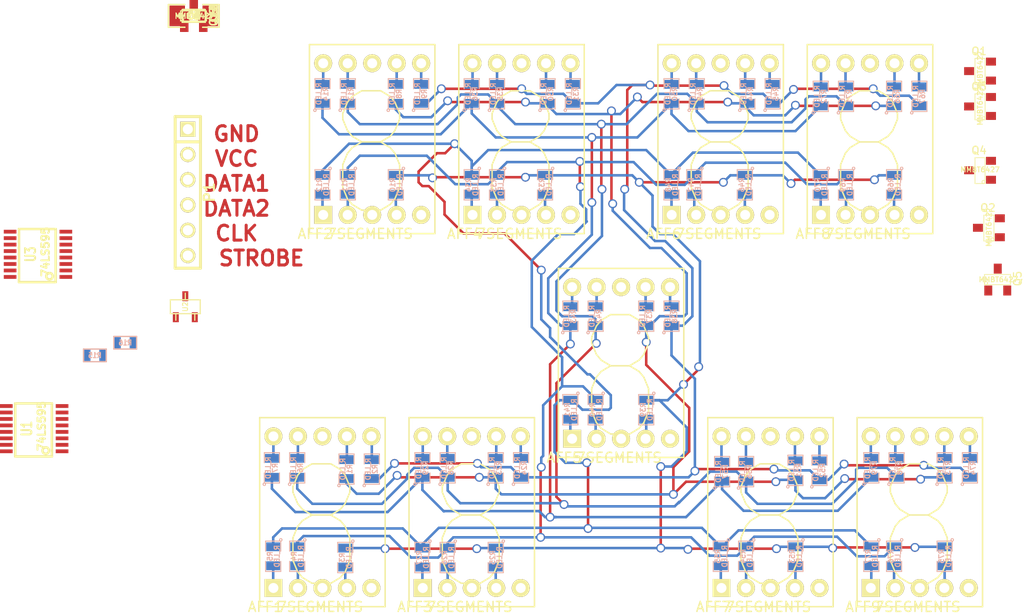
<source format=kicad_pcb>
(kicad_pcb (version 3) (host pcbnew "(2013-07-07 BZR 4022)-stable")
  (layers (15 F.Cu signal) (0 B.Cu signal) (18 B.Paste user) (19 F.Paste user) (20 B.SilkS user) (21 F.SilkS user) (22 B.Mask user) (23 F.Mask user) (28 Edge.Cuts user))
  (net 0 "")
  (net 1 /1)
  (net 2 /2)
  (net 3 /3)
  (net 4 /4)
  (net 5 /5)
  (net 6 /6)
  (net 7 /7)
  (net 8 /8)
  (net 9 /9)
  (net 10 /A)
  (net 11 /B)
  (net 12 /C)
  (net 13 /CLK)
  (net 14 /D)
  (net 15 /DATA1)
  (net 16 /DATA2)
  (net 17 /E)
  (net 18 /F)
  (net 19 /G)
  (net 20 /STROBE)
  (net 21 GND)
  (net 22 N-000001)
  (net 23 N-0000010)
  (net 24 N-00000100)
  (net 25 N-00000101)
  (net 26 N-00000102)
  (net 27 N-00000104)
  (net 28 N-00000105)
  (net 29 N-00000106)
  (net 30 N-00000107)
  (net 31 N-00000109)
  (net 32 N-0000011)
  (net 33 N-00000111)
  (net 34 N-00000112)
  (net 35 N-00000113)
  (net 36 N-00000114)
  (net 37 N-00000115)
  (net 38 N-00000116)
  (net 39 N-00000117)
  (net 40 N-0000012)
  (net 41 N-0000013)
  (net 42 N-0000014)
  (net 43 N-0000015)
  (net 44 N-0000016)
  (net 45 N-0000017)
  (net 46 N-0000018)
  (net 47 N-0000019)
  (net 48 N-000002)
  (net 49 N-0000020)
  (net 50 N-0000021)
  (net 51 N-0000022)
  (net 52 N-0000023)
  (net 53 N-0000024)
  (net 54 N-0000025)
  (net 55 N-0000026)
  (net 56 N-0000027)
  (net 57 N-0000028)
  (net 58 N-0000029)
  (net 59 N-000003)
  (net 60 N-0000030)
  (net 61 N-0000031)
  (net 62 N-0000032)
  (net 63 N-0000033)
  (net 64 N-0000034)
  (net 65 N-0000035)
  (net 66 N-0000036)
  (net 67 N-0000037)
  (net 68 N-0000038)
  (net 69 N-0000039)
  (net 70 N-000004)
  (net 71 N-0000040)
  (net 72 N-0000041)
  (net 73 N-0000042)
  (net 74 N-0000043)
  (net 75 N-0000044)
  (net 76 N-0000045)
  (net 77 N-0000046)
  (net 78 N-0000047)
  (net 79 N-0000048)
  (net 80 N-000005)
  (net 81 N-0000051)
  (net 82 N-0000052)
  (net 83 N-0000053)
  (net 84 N-0000054)
  (net 85 N-0000055)
  (net 86 N-0000056)
  (net 87 N-0000057)
  (net 88 N-0000058)
  (net 89 N-0000059)
  (net 90 N-000006)
  (net 91 N-0000060)
  (net 92 N-0000061)
  (net 93 N-0000062)
  (net 94 N-0000067)
  (net 95 N-0000068)
  (net 96 N-0000069)
  (net 97 N-000007)
  (net 98 N-0000070)
  (net 99 N-0000071)
  (net 100 N-0000072)
  (net 101 N-0000073)
  (net 102 N-0000074)
  (net 103 N-0000075)
  (net 104 N-0000076)
  (net 105 N-0000077)
  (net 106 N-0000078)
  (net 107 N-0000079)
  (net 108 N-0000080)
  (net 109 N-000009)
  (net 110 N-0000093)
  (net 111 N-0000094)
  (net 112 N-0000095)
  (net 113 N-0000096)
  (net 114 N-0000097)
  (net 115 N-0000098)
  (net 116 N-0000099)
  (net 117 V3.3)
  (net 118 VCC)
  (module TSSOP16 (layer F.Cu) (at 45.974 86.487 90)
    (fp_text reference U1 (at 0 -0.7493 90) (layer F.SilkS) (effects (font (size 1.016 0.762) (thickness 0.1905))))
    (fp_text value 74LS595 (at 0.24892 0.7493 90) (layer F.SilkS) (effects (font (size 0.762 0.762) (thickness 0.1905))))
    (pad 1 smd rect (at -2.27584 2.79908 90) (size 0.381 1.27) (layers F.Cu F.Paste F.Mask) (net 104 N-0000076))
    (pad 2 smd rect (at -1.6256 2.79908 90) (size 0.381 1.27) (layers F.Cu F.Paste F.Mask) (net 105 N-0000077))
    (pad 3 smd rect (at -0.97536 2.79908 90) (size 0.381 1.27) (layers F.Cu F.Paste F.Mask) (net 106 N-0000078))
    (pad 4 smd rect (at -0.32512 2.79908 90) (size 0.381 1.27) (layers F.Cu F.Paste F.Mask) (net 94 N-0000067))
    (pad 5 smd rect (at 0.32512 2.79908 90) (size 0.381 1.27) (layers F.Cu F.Paste F.Mask) (net 96 N-0000069))
    (pad 6 smd rect (at 0.97536 2.79908 90) (size 0.381 1.27) (layers F.Cu F.Paste F.Mask) (net 99 N-0000071))
    (pad 7 smd rect (at 1.6256 2.79908 90) (size 0.381 1.27) (layers F.Cu F.Paste F.Mask) (net 101 N-0000073))
    (pad 8 smd rect (at 2.27584 2.79908 90) (size 0.381 1.27) (layers F.Cu F.Paste F.Mask) (net 21 GND))
    (pad 9 smd rect (at 2.27584 -2.79908 90) (size 0.381 1.27) (layers F.Cu F.Paste F.Mask))
    (pad 10 smd rect (at 1.6256 -2.79908 90) (size 0.381 1.27) (layers F.Cu F.Paste F.Mask) (net 117 V3.3))
    (pad 11 smd rect (at 0.97536 -2.79908 90) (size 0.381 1.27) (layers F.Cu F.Paste F.Mask) (net 13 /CLK))
    (pad 12 smd rect (at 0.32512 -2.79908 90) (size 0.381 1.27) (layers F.Cu F.Paste F.Mask) (net 20 /STROBE))
    (pad 13 smd rect (at -0.32512 -2.79908 90) (size 0.381 1.27) (layers F.Cu F.Paste F.Mask) (net 21 GND))
    (pad 14 smd rect (at -0.97536 -2.79908 90) (size 0.381 1.27) (layers F.Cu F.Paste F.Mask) (net 15 /DATA1))
    (pad 15 smd rect (at -1.6256 -2.79908 90) (size 0.381 1.27) (layers F.Cu F.Paste F.Mask) (net 103 N-0000075))
    (pad 16 smd rect (at -2.27584 -2.79908 90) (size 0.381 1.27) (layers F.Cu F.Paste F.Mask) (net 117 V3.3))
  )
  (module TSSOP16 (layer F.Cu) (at 46.355 68.961 90)
    (fp_text reference U3 (at 0 -0.7493 90) (layer F.SilkS) (effects (font (size 1.016 0.762) (thickness 0.1905))))
    (fp_text value 74LS595 (at 0.24892 0.7493 90) (layer F.SilkS) (effects (font (size 0.762 0.762) (thickness 0.1905))))
    (pad 1 smd rect (at -2.27584 2.79908 90) (size 0.381 1.27) (layers F.Cu F.Paste F.Mask) (net 82 N-0000052))
    (pad 2 smd rect (at -1.6256 2.79908 90) (size 0.381 1.27) (layers F.Cu F.Paste F.Mask) (net 83 N-0000053))
    (pad 3 smd rect (at -0.97536 2.79908 90) (size 0.381 1.27) (layers F.Cu F.Paste F.Mask) (net 84 N-0000054))
    (pad 4 smd rect (at -0.32512 2.79908 90) (size 0.381 1.27) (layers F.Cu F.Paste F.Mask) (net 85 N-0000055))
    (pad 5 smd rect (at 0.32512 2.79908 90) (size 0.381 1.27) (layers F.Cu F.Paste F.Mask) (net 86 N-0000056))
    (pad 6 smd rect (at 0.97536 2.79908 90) (size 0.381 1.27) (layers F.Cu F.Paste F.Mask) (net 87 N-0000057))
    (pad 7 smd rect (at 1.6256 2.79908 90) (size 0.381 1.27) (layers F.Cu F.Paste F.Mask) (net 88 N-0000058))
    (pad 8 smd rect (at 2.27584 2.79908 90) (size 0.381 1.27) (layers F.Cu F.Paste F.Mask) (net 21 GND))
    (pad 9 smd rect (at 2.27584 -2.79908 90) (size 0.381 1.27) (layers F.Cu F.Paste F.Mask))
    (pad 10 smd rect (at 1.6256 -2.79908 90) (size 0.381 1.27) (layers F.Cu F.Paste F.Mask) (net 117 V3.3))
    (pad 11 smd rect (at 0.97536 -2.79908 90) (size 0.381 1.27) (layers F.Cu F.Paste F.Mask) (net 13 /CLK))
    (pad 12 smd rect (at 0.32512 -2.79908 90) (size 0.381 1.27) (layers F.Cu F.Paste F.Mask) (net 20 /STROBE))
    (pad 13 smd rect (at -0.32512 -2.79908 90) (size 0.381 1.27) (layers F.Cu F.Paste F.Mask) (net 21 GND))
    (pad 14 smd rect (at -0.97536 -2.79908 90) (size 0.381 1.27) (layers F.Cu F.Paste F.Mask) (net 16 /DATA2))
    (pad 15 smd rect (at -1.6256 -2.79908 90) (size 0.381 1.27) (layers F.Cu F.Paste F.Mask) (net 89 N-0000059))
    (pad 16 smd rect (at -2.27584 -2.79908 90) (size 0.381 1.27) (layers F.Cu F.Paste F.Mask) (net 117 V3.3))
  )
  (module SOT23 (layer F.Cu) (at 62 45)
    (fp_text reference Q11 (at 1.99898 -0.09906 90) (layer F.SilkS) (effects (font (size 0.762 0.762) (thickness 0.11938))))
    (fp_text value MMBT6427 (at 0.0635 0) (layer F.SilkS) (effects (font (size 0.50038 0.50038) (thickness 0.09906))))
    (pad 3 smd rect (at 0 -1.09982) (size 0.8001 1.00076) (layers F.Cu F.Paste F.Mask) (net 118 VCC))
    (pad 2 smd rect (at 0.9525 1.09982) (size 0.8001 1.00076) (layers F.Cu F.Paste F.Mask) (net 2 /2))
    (pad 1 smd rect (at -0.9525 1.09982) (size 0.8001 1.00076) (layers F.Cu F.Paste F.Mask) (net 79 N-0000048))
  )
  (module SOT23 (layer F.Cu) (at 140.97 54.102 90)
    (fp_text reference Q3 (at 1.99898 -0.09906 180) (layer F.SilkS) (effects (font (size 0.762 0.762) (thickness 0.11938))))
    (fp_text value MMBT6427 (at 0.0635 0 90) (layer F.SilkS) (effects (font (size 0.50038 0.50038) (thickness 0.09906))))
    (pad 3 smd rect (at 0 -1.09982 90) (size 0.8001 1.00076) (layers F.Cu F.Paste F.Mask) (net 11 /B))
    (pad 2 smd rect (at 0.9525 1.09982 90) (size 0.8001 1.00076) (layers F.Cu F.Paste F.Mask) (net 21 GND))
    (pad 1 smd rect (at -0.9525 1.09982 90) (size 0.8001 1.00076) (layers F.Cu F.Paste F.Mask) (net 92 N-0000061))
  )
  (module SOT23 (layer F.Cu) (at 142.748 71.501)
    (fp_text reference Q5 (at 1.99898 -0.09906 90) (layer F.SilkS) (effects (font (size 0.762 0.762) (thickness 0.11938))))
    (fp_text value MMBT6427 (at 0.0635 0) (layer F.SilkS) (effects (font (size 0.50038 0.50038) (thickness 0.09906))))
    (pad 3 smd rect (at 0 -1.09982) (size 0.8001 1.00076) (layers F.Cu F.Paste F.Mask) (net 12 /C))
    (pad 2 smd rect (at 0.9525 1.09982) (size 0.8001 1.00076) (layers F.Cu F.Paste F.Mask) (net 21 GND))
    (pad 1 smd rect (at -0.9525 1.09982) (size 0.8001 1.00076) (layers F.Cu F.Paste F.Mask) (net 93 N-0000062))
  )
  (module SOT23 (layer F.Cu) (at 62 45)
    (fp_text reference Q7 (at 1.99898 -0.09906 90) (layer F.SilkS) (effects (font (size 0.762 0.762) (thickness 0.11938))))
    (fp_text value MMBT6427 (at 0.0635 0) (layer F.SilkS) (effects (font (size 0.50038 0.50038) (thickness 0.09906))))
    (pad 3 smd rect (at 0 -1.09982) (size 0.8001 1.00076) (layers F.Cu F.Paste F.Mask) (net 14 /D))
    (pad 2 smd rect (at 0.9525 1.09982) (size 0.8001 1.00076) (layers F.Cu F.Paste F.Mask) (net 21 GND))
    (pad 1 smd rect (at -0.9525 1.09982) (size 0.8001 1.00076) (layers F.Cu F.Paste F.Mask) (net 107 N-0000079))
  )
  (module SOT23 (layer F.Cu) (at 141.859 66.294 90)
    (fp_text reference Q2 (at 1.99898 -0.09906 180) (layer F.SilkS) (effects (font (size 0.762 0.762) (thickness 0.11938))))
    (fp_text value MMBT6427 (at 0.0635 0 90) (layer F.SilkS) (effects (font (size 0.50038 0.50038) (thickness 0.09906))))
    (pad 3 smd rect (at 0 -1.09982 90) (size 0.8001 1.00076) (layers F.Cu F.Paste F.Mask) (net 118 VCC))
    (pad 2 smd rect (at 0.9525 1.09982 90) (size 0.8001 1.00076) (layers F.Cu F.Paste F.Mask) (net 9 /9))
    (pad 1 smd rect (at -0.9525 1.09982 90) (size 0.8001 1.00076) (layers F.Cu F.Paste F.Mask) (net 102 N-0000074))
  )
  (module SOT23 (layer F.Cu) (at 140.97 60.5155 90)
    (fp_text reference Q4 (at 1.99898 -0.09906 180) (layer F.SilkS) (effects (font (size 0.762 0.762) (thickness 0.11938))))
    (fp_text value MMBT6427 (at 0.0635 0 180) (layer F.SilkS) (effects (font (size 0.50038 0.50038) (thickness 0.09906))))
    (pad 3 smd rect (at 0 -1.09982 90) (size 0.8001 1.00076) (layers F.Cu F.Paste F.Mask) (net 19 /G))
    (pad 2 smd rect (at 0.9525 1.09982 90) (size 0.8001 1.00076) (layers F.Cu F.Paste F.Mask) (net 21 GND))
    (pad 1 smd rect (at -0.9525 1.09982 90) (size 0.8001 1.00076) (layers F.Cu F.Paste F.Mask) (net 100 N-0000072))
  )
  (module SOT23 (layer F.Cu) (at 62 45)
    (fp_text reference Q6 (at 1.99898 -0.09906 90) (layer F.SilkS) (effects (font (size 0.762 0.762) (thickness 0.11938))))
    (fp_text value MMBT6427 (at 0.0635 0) (layer F.SilkS) (effects (font (size 0.50038 0.50038) (thickness 0.09906))))
    (pad 3 smd rect (at 0 -1.09982) (size 0.8001 1.00076) (layers F.Cu F.Paste F.Mask) (net 18 /F))
    (pad 2 smd rect (at 0.9525 1.09982) (size 0.8001 1.00076) (layers F.Cu F.Paste F.Mask) (net 21 GND))
    (pad 1 smd rect (at -0.9525 1.09982) (size 0.8001 1.00076) (layers F.Cu F.Paste F.Mask) (net 98 N-0000070))
  )
  (module SOT23 (layer F.Cu) (at 62 45)
    (fp_text reference Q8 (at 1.99898 -0.09906 90) (layer F.SilkS) (effects (font (size 0.762 0.762) (thickness 0.11938))))
    (fp_text value MMBT6427 (at 0.0635 0) (layer F.SilkS) (effects (font (size 0.50038 0.50038) (thickness 0.09906))))
    (pad 3 smd rect (at 0 -1.09982) (size 0.8001 1.00076) (layers F.Cu F.Paste F.Mask) (net 17 /E))
    (pad 2 smd rect (at 0.9525 1.09982) (size 0.8001 1.00076) (layers F.Cu F.Paste F.Mask) (net 21 GND))
    (pad 1 smd rect (at -0.9525 1.09982) (size 0.8001 1.00076) (layers F.Cu F.Paste F.Mask) (net 95 N-0000068))
  )
  (module SOT23 (layer F.Cu) (at 62 45)
    (fp_text reference Q9 (at 1.99898 -0.09906 90) (layer F.SilkS) (effects (font (size 0.762 0.762) (thickness 0.11938))))
    (fp_text value MMBT6427 (at 0.0635 0) (layer F.SilkS) (effects (font (size 0.50038 0.50038) (thickness 0.09906))))
    (pad 3 smd rect (at 0 -1.09982) (size 0.8001 1.00076) (layers F.Cu F.Paste F.Mask) (net 118 VCC))
    (pad 2 smd rect (at 0.9525 1.09982) (size 0.8001 1.00076) (layers F.Cu F.Paste F.Mask) (net 1 /1))
    (pad 1 smd rect (at -0.9525 1.09982) (size 0.8001 1.00076) (layers F.Cu F.Paste F.Mask) (net 81 N-0000051))
  )
  (module SOT23 (layer F.Cu) (at 62 45)
    (fp_text reference Q13 (at 1.99898 -0.09906 90) (layer F.SilkS) (effects (font (size 0.762 0.762) (thickness 0.11938))))
    (fp_text value MMBT6427 (at 0.0635 0) (layer F.SilkS) (effects (font (size 0.50038 0.50038) (thickness 0.09906))))
    (pad 3 smd rect (at 0 -1.09982) (size 0.8001 1.00076) (layers F.Cu F.Paste F.Mask) (net 118 VCC))
    (pad 2 smd rect (at 0.9525 1.09982) (size 0.8001 1.00076) (layers F.Cu F.Paste F.Mask) (net 3 /3))
    (pad 1 smd rect (at -0.9525 1.09982) (size 0.8001 1.00076) (layers F.Cu F.Paste F.Mask) (net 73 N-0000042))
  )
  (module SOT23 (layer F.Cu) (at 62 45)
    (fp_text reference Q15 (at 1.99898 -0.09906 90) (layer F.SilkS) (effects (font (size 0.762 0.762) (thickness 0.11938))))
    (fp_text value MMBT6427 (at 0.0635 0) (layer F.SilkS) (effects (font (size 0.50038 0.50038) (thickness 0.09906))))
    (pad 3 smd rect (at 0 -1.09982) (size 0.8001 1.00076) (layers F.Cu F.Paste F.Mask) (net 118 VCC))
    (pad 2 smd rect (at 0.9525 1.09982) (size 0.8001 1.00076) (layers F.Cu F.Paste F.Mask) (net 4 /4))
    (pad 1 smd rect (at -0.9525 1.09982) (size 0.8001 1.00076) (layers F.Cu F.Paste F.Mask) (net 74 N-0000043))
  )
  (module SOT23 (layer F.Cu) (at 62 45)
    (fp_text reference Q10 (at 1.99898 -0.09906 90) (layer F.SilkS) (effects (font (size 0.762 0.762) (thickness 0.11938))))
    (fp_text value MMBT6427 (at 0.0635 0) (layer F.SilkS) (effects (font (size 0.50038 0.50038) (thickness 0.09906))))
    (pad 3 smd rect (at 0 -1.09982) (size 0.8001 1.00076) (layers F.Cu F.Paste F.Mask) (net 118 VCC))
    (pad 2 smd rect (at 0.9525 1.09982) (size 0.8001 1.00076) (layers F.Cu F.Paste F.Mask) (net 8 /8))
    (pad 1 smd rect (at -0.9525 1.09982) (size 0.8001 1.00076) (layers F.Cu F.Paste F.Mask) (net 78 N-0000047))
  )
  (module SOT23 (layer F.Cu) (at 62 45)
    (fp_text reference Q12 (at 1.99898 -0.09906 90) (layer F.SilkS) (effects (font (size 0.762 0.762) (thickness 0.11938))))
    (fp_text value MMBT6427 (at 0.0635 0) (layer F.SilkS) (effects (font (size 0.50038 0.50038) (thickness 0.09906))))
    (pad 3 smd rect (at 0 -1.09982) (size 0.8001 1.00076) (layers F.Cu F.Paste F.Mask) (net 118 VCC))
    (pad 2 smd rect (at 0.9525 1.09982) (size 0.8001 1.00076) (layers F.Cu F.Paste F.Mask) (net 7 /7))
    (pad 1 smd rect (at -0.9525 1.09982) (size 0.8001 1.00076) (layers F.Cu F.Paste F.Mask) (net 77 N-0000046))
  )
  (module SOT23 (layer F.Cu) (at 62 45)
    (fp_text reference Q14 (at 1.99898 -0.09906 90) (layer F.SilkS) (effects (font (size 0.762 0.762) (thickness 0.11938))))
    (fp_text value MMBT6427 (at 0.0635 0) (layer F.SilkS) (effects (font (size 0.50038 0.50038) (thickness 0.09906))))
    (pad 3 smd rect (at 0 -1.09982) (size 0.8001 1.00076) (layers F.Cu F.Paste F.Mask) (net 118 VCC))
    (pad 2 smd rect (at 0.9525 1.09982) (size 0.8001 1.00076) (layers F.Cu F.Paste F.Mask) (net 6 /6))
    (pad 1 smd rect (at -0.9525 1.09982) (size 0.8001 1.00076) (layers F.Cu F.Paste F.Mask) (net 76 N-0000045))
  )
  (module SOT23 (layer F.Cu) (at 62 45)
    (fp_text reference Q16 (at 1.99898 -0.09906 90) (layer F.SilkS) (effects (font (size 0.762 0.762) (thickness 0.11938))))
    (fp_text value MMBT6427 (at 0.0635 0) (layer F.SilkS) (effects (font (size 0.50038 0.50038) (thickness 0.09906))))
    (pad 3 smd rect (at 0 -1.09982) (size 0.8001 1.00076) (layers F.Cu F.Paste F.Mask) (net 118 VCC))
    (pad 2 smd rect (at 0.9525 1.09982) (size 0.8001 1.00076) (layers F.Cu F.Paste F.Mask) (net 5 /5))
    (pad 1 smd rect (at -0.9525 1.09982) (size 0.8001 1.00076) (layers F.Cu F.Paste F.Mask) (net 75 N-0000044))
  )
  (module SM42056 (layer F.Cu) (at 85 102.5)
    (fp_text reference AFF3 (at -0.8 1.9) (layer F.SilkS))
    (fp_text value 7SEGMENTS (at 4.7 1.9) (layer F.SilkS))
    (fp_text user 8 (at 4.82 -6.02) (layer F.SilkS) (effects (font (size 12 10))))
    (pad 1 thru_hole rect (at 0 0) (size 1.8 1.8) (drill 1) (layers *.Cu *.Mask F.SilkS) (net 67 N-0000037))
    (pad 2 thru_hole circle (at 2.46 0) (size 1.8 1.8) (drill 1) (layers *.Cu *.Mask F.SilkS) (net 66 N-0000036))
    (pad 3 thru_hole circle (at 4.92 0) (size 1.8 1.8) (drill 1) (layers *.Cu *.Mask F.SilkS) (net 7 /7))
    (pad 4 thru_hole circle (at 7.38 0) (size 1.8 1.8) (drill 1) (layers *.Cu *.Mask F.SilkS) (net 65 N-0000035))
    (pad 5 thru_hole circle (at 9.84 0) (size 1.8 1.8) (drill 1) (layers *.Cu *.Mask F.SilkS))
    (pad 6 thru_hole circle (at 9.84 -15.24) (size 1.8 1.8) (drill 1) (layers *.Cu *.Mask F.SilkS) (net 64 N-0000034))
    (pad 7 thru_hole circle (at 7.38 -15.24) (size 1.8 1.8) (drill 1) (layers *.Cu *.Mask F.SilkS) (net 63 N-0000033))
    (pad 8 thru_hole circle (at 4.92 -15.24) (size 1.8 1.8) (drill 1) (layers *.Cu *.Mask F.SilkS) (net 7 /7))
    (pad 9 thru_hole circle (at 2.46 -15.24) (size 1.8 1.8) (drill 1) (layers *.Cu *.Mask F.SilkS) (net 68 N-0000038))
    (pad 10 thru_hole circle (at 0 -15.24) (size 1.8 1.8) (drill 1) (layers *.Cu *.Mask F.SilkS) (net 69 N-0000039))
  )
  (module SM42056 (layer F.Cu) (at 115 102.5)
    (fp_text reference AFF7 (at -0.8 1.9) (layer F.SilkS))
    (fp_text value 7SEGMENTS (at 4.7 1.9) (layer F.SilkS))
    (fp_text user 8 (at 4.82 -6.02) (layer F.SilkS) (effects (font (size 12 10))))
    (pad 1 thru_hole rect (at 0 0) (size 1.8 1.8) (drill 1) (layers *.Cu *.Mask F.SilkS) (net 23 N-0000010))
    (pad 2 thru_hole circle (at 2.46 0) (size 1.8 1.8) (drill 1) (layers *.Cu *.Mask F.SilkS) (net 109 N-000009))
    (pad 3 thru_hole circle (at 4.92 0) (size 1.8 1.8) (drill 1) (layers *.Cu *.Mask F.SilkS) (net 8 /8))
    (pad 4 thru_hole circle (at 7.38 0) (size 1.8 1.8) (drill 1) (layers *.Cu *.Mask F.SilkS) (net 49 N-0000020))
    (pad 5 thru_hole circle (at 9.84 0) (size 1.8 1.8) (drill 1) (layers *.Cu *.Mask F.SilkS))
    (pad 6 thru_hole circle (at 9.84 -15.24) (size 1.8 1.8) (drill 1) (layers *.Cu *.Mask F.SilkS) (net 72 N-0000041))
    (pad 7 thru_hole circle (at 7.38 -15.24) (size 1.8 1.8) (drill 1) (layers *.Cu *.Mask F.SilkS) (net 71 N-0000040))
    (pad 8 thru_hole circle (at 4.92 -15.24) (size 1.8 1.8) (drill 1) (layers *.Cu *.Mask F.SilkS) (net 8 /8))
    (pad 9 thru_hole circle (at 2.46 -15.24) (size 1.8 1.8) (drill 1) (layers *.Cu *.Mask F.SilkS) (net 32 N-0000011))
    (pad 10 thru_hole circle (at 0 -15.24) (size 1.8 1.8) (drill 1) (layers *.Cu *.Mask F.SilkS) (net 40 N-0000012))
  )
  (module SM42056 (layer F.Cu) (at 70 102.5)
    (fp_text reference AFF1 (at -0.8 1.9) (layer F.SilkS))
    (fp_text value 7SEGMENTS (at 4.7 1.9) (layer F.SilkS))
    (fp_text user 8 (at 4.82 -6.02) (layer F.SilkS) (effects (font (size 12 10))))
    (pad 1 thru_hole rect (at 0 0) (size 1.8 1.8) (drill 1) (layers *.Cu *.Mask F.SilkS) (net 61 N-0000031))
    (pad 2 thru_hole circle (at 2.46 0) (size 1.8 1.8) (drill 1) (layers *.Cu *.Mask F.SilkS) (net 60 N-0000030))
    (pad 3 thru_hole circle (at 4.92 0) (size 1.8 1.8) (drill 1) (layers *.Cu *.Mask F.SilkS) (net 6 /6))
    (pad 4 thru_hole circle (at 7.38 0) (size 1.8 1.8) (drill 1) (layers *.Cu *.Mask F.SilkS) (net 58 N-0000029))
    (pad 5 thru_hole circle (at 9.84 0) (size 1.8 1.8) (drill 1) (layers *.Cu *.Mask F.SilkS))
    (pad 6 thru_hole circle (at 9.84 -15.24) (size 1.8 1.8) (drill 1) (layers *.Cu *.Mask F.SilkS) (net 57 N-0000028))
    (pad 7 thru_hole circle (at 7.38 -15.24) (size 1.8 1.8) (drill 1) (layers *.Cu *.Mask F.SilkS) (net 56 N-0000027))
    (pad 8 thru_hole circle (at 4.92 -15.24) (size 1.8 1.8) (drill 1) (layers *.Cu *.Mask F.SilkS) (net 6 /6))
    (pad 9 thru_hole circle (at 2.46 -15.24) (size 1.8 1.8) (drill 1) (layers *.Cu *.Mask F.SilkS) (net 62 N-0000032))
    (pad 10 thru_hole circle (at 0 -15.24) (size 1.8 1.8) (drill 1) (layers *.Cu *.Mask F.SilkS) (net 50 N-0000021))
  )
  (module SM42056 (layer F.Cu) (at 130 102.5)
    (fp_text reference AFF9 (at -0.8 1.9) (layer F.SilkS))
    (fp_text value 7SEGMENTS (at 4.7 1.9) (layer F.SilkS))
    (fp_text user 8 (at 4.82 -6.02) (layer F.SilkS) (effects (font (size 12 10))))
    (pad 1 thru_hole rect (at 0 0) (size 1.8 1.8) (drill 1) (layers *.Cu *.Mask F.SilkS) (net 45 N-0000017))
    (pad 2 thru_hole circle (at 2.46 0) (size 1.8 1.8) (drill 1) (layers *.Cu *.Mask F.SilkS) (net 44 N-0000016))
    (pad 3 thru_hole circle (at 4.92 0) (size 1.8 1.8) (drill 1) (layers *.Cu *.Mask F.SilkS) (net 9 /9))
    (pad 4 thru_hole circle (at 7.38 0) (size 1.8 1.8) (drill 1) (layers *.Cu *.Mask F.SilkS) (net 43 N-0000015))
    (pad 5 thru_hole circle (at 9.84 0) (size 1.8 1.8) (drill 1) (layers *.Cu *.Mask F.SilkS))
    (pad 6 thru_hole circle (at 9.84 -15.24) (size 1.8 1.8) (drill 1) (layers *.Cu *.Mask F.SilkS) (net 42 N-0000014))
    (pad 7 thru_hole circle (at 7.38 -15.24) (size 1.8 1.8) (drill 1) (layers *.Cu *.Mask F.SilkS) (net 41 N-0000013))
    (pad 8 thru_hole circle (at 4.92 -15.24) (size 1.8 1.8) (drill 1) (layers *.Cu *.Mask F.SilkS) (net 9 /9))
    (pad 9 thru_hole circle (at 2.46 -15.24) (size 1.8 1.8) (drill 1) (layers *.Cu *.Mask F.SilkS) (net 46 N-0000018))
    (pad 10 thru_hole circle (at 0 -15.24) (size 1.8 1.8) (drill 1) (layers *.Cu *.Mask F.SilkS) (net 47 N-0000019))
  )
  (module SM42056 (layer F.Cu) (at 125 65)
    (fp_text reference AFF8 (at -0.8 1.9) (layer F.SilkS))
    (fp_text value 7SEGMENTS (at 4.7 1.9) (layer F.SilkS))
    (fp_text user 8 (at 4.82 -6.02) (layer F.SilkS) (effects (font (size 12 10))))
    (pad 1 thru_hole rect (at 0 0) (size 1.8 1.8) (drill 1) (layers *.Cu *.Mask F.SilkS) (net 80 N-000005))
    (pad 2 thru_hole circle (at 2.46 0) (size 1.8 1.8) (drill 1) (layers *.Cu *.Mask F.SilkS) (net 70 N-000004))
    (pad 3 thru_hole circle (at 4.92 0) (size 1.8 1.8) (drill 1) (layers *.Cu *.Mask F.SilkS) (net 4 /4))
    (pad 4 thru_hole circle (at 7.38 0) (size 1.8 1.8) (drill 1) (layers *.Cu *.Mask F.SilkS) (net 59 N-000003))
    (pad 5 thru_hole circle (at 9.84 0) (size 1.8 1.8) (drill 1) (layers *.Cu *.Mask F.SilkS))
    (pad 6 thru_hole circle (at 9.84 -15.24) (size 1.8 1.8) (drill 1) (layers *.Cu *.Mask F.SilkS) (net 48 N-000002))
    (pad 7 thru_hole circle (at 7.38 -15.24) (size 1.8 1.8) (drill 1) (layers *.Cu *.Mask F.SilkS) (net 22 N-000001))
    (pad 8 thru_hole circle (at 4.92 -15.24) (size 1.8 1.8) (drill 1) (layers *.Cu *.Mask F.SilkS) (net 4 /4))
    (pad 9 thru_hole circle (at 2.46 -15.24) (size 1.8 1.8) (drill 1) (layers *.Cu *.Mask F.SilkS) (net 90 N-000006))
    (pad 10 thru_hole circle (at 0 -15.24) (size 1.8 1.8) (drill 1) (layers *.Cu *.Mask F.SilkS) (net 97 N-000007))
  )
  (module SM42056 (layer F.Cu) (at 100 87.5)
    (fp_text reference AFF5 (at -0.8 1.9) (layer F.SilkS))
    (fp_text value 7SEGMENTS (at 4.7 1.9) (layer F.SilkS))
    (fp_text user 8 (at 4.82 -6.02) (layer F.SilkS) (effects (font (size 12 10))))
    (pad 1 thru_hole rect (at 0 0) (size 1.8 1.8) (drill 1) (layers *.Cu *.Mask F.SilkS) (net 53 N-0000024))
    (pad 2 thru_hole circle (at 2.46 0) (size 1.8 1.8) (drill 1) (layers *.Cu *.Mask F.SilkS) (net 52 N-0000023))
    (pad 3 thru_hole circle (at 4.92 0) (size 1.8 1.8) (drill 1) (layers *.Cu *.Mask F.SilkS) (net 5 /5))
    (pad 4 thru_hole circle (at 7.38 0) (size 1.8 1.8) (drill 1) (layers *.Cu *.Mask F.SilkS) (net 51 N-0000022))
    (pad 5 thru_hole circle (at 9.84 0) (size 1.8 1.8) (drill 1) (layers *.Cu *.Mask F.SilkS))
    (pad 6 thru_hole circle (at 9.84 -15.24) (size 1.8 1.8) (drill 1) (layers *.Cu *.Mask F.SilkS) (net 108 N-0000080))
    (pad 7 thru_hole circle (at 7.38 -15.24) (size 1.8 1.8) (drill 1) (layers *.Cu *.Mask F.SilkS) (net 31 N-00000109))
    (pad 8 thru_hole circle (at 4.92 -15.24) (size 1.8 1.8) (drill 1) (layers *.Cu *.Mask F.SilkS) (net 5 /5))
    (pad 9 thru_hole circle (at 2.46 -15.24) (size 1.8 1.8) (drill 1) (layers *.Cu *.Mask F.SilkS) (net 54 N-0000025))
    (pad 10 thru_hole circle (at 0 -15.24) (size 1.8 1.8) (drill 1) (layers *.Cu *.Mask F.SilkS) (net 55 N-0000026))
  )
  (module SM42056 (layer F.Cu) (at 110 65)
    (fp_text reference AFF6 (at -0.8 1.9) (layer F.SilkS))
    (fp_text value 7SEGMENTS (at 4.7 1.9) (layer F.SilkS))
    (fp_text user 8 (at 4.82 -6.02) (layer F.SilkS) (effects (font (size 12 10))))
    (pad 1 thru_hole rect (at 0 0) (size 1.8 1.8) (drill 1) (layers *.Cu *.Mask F.SilkS) (net 37 N-00000115))
    (pad 2 thru_hole circle (at 2.46 0) (size 1.8 1.8) (drill 1) (layers *.Cu *.Mask F.SilkS) (net 36 N-00000114))
    (pad 3 thru_hole circle (at 4.92 0) (size 1.8 1.8) (drill 1) (layers *.Cu *.Mask F.SilkS) (net 3 /3))
    (pad 4 thru_hole circle (at 7.38 0) (size 1.8 1.8) (drill 1) (layers *.Cu *.Mask F.SilkS) (net 35 N-00000113))
    (pad 5 thru_hole circle (at 9.84 0) (size 1.8 1.8) (drill 1) (layers *.Cu *.Mask F.SilkS))
    (pad 6 thru_hole circle (at 9.84 -15.24) (size 1.8 1.8) (drill 1) (layers *.Cu *.Mask F.SilkS) (net 34 N-00000112))
    (pad 7 thru_hole circle (at 7.38 -15.24) (size 1.8 1.8) (drill 1) (layers *.Cu *.Mask F.SilkS) (net 33 N-00000111))
    (pad 8 thru_hole circle (at 4.92 -15.24) (size 1.8 1.8) (drill 1) (layers *.Cu *.Mask F.SilkS) (net 3 /3))
    (pad 9 thru_hole circle (at 2.46 -15.24) (size 1.8 1.8) (drill 1) (layers *.Cu *.Mask F.SilkS) (net 38 N-00000116))
    (pad 10 thru_hole circle (at 0 -15.24) (size 1.8 1.8) (drill 1) (layers *.Cu *.Mask F.SilkS) (net 39 N-00000117))
  )
  (module SM42056 (layer F.Cu) (at 75 65)
    (fp_text reference AFF2 (at -0.8 1.9) (layer F.SilkS))
    (fp_text value 7SEGMENTS (at 4.7 1.9) (layer F.SilkS))
    (fp_text user 8 (at 4.82 -6.02) (layer F.SilkS) (effects (font (size 12 10))))
    (pad 1 thru_hole rect (at 0 0) (size 1.8 1.8) (drill 1) (layers *.Cu *.Mask F.SilkS) (net 115 N-0000098))
    (pad 2 thru_hole circle (at 2.46 0) (size 1.8 1.8) (drill 1) (layers *.Cu *.Mask F.SilkS) (net 114 N-0000097))
    (pad 3 thru_hole circle (at 4.92 0) (size 1.8 1.8) (drill 1) (layers *.Cu *.Mask F.SilkS) (net 1 /1))
    (pad 4 thru_hole circle (at 7.38 0) (size 1.8 1.8) (drill 1) (layers *.Cu *.Mask F.SilkS) (net 113 N-0000096))
    (pad 5 thru_hole circle (at 9.84 0) (size 1.8 1.8) (drill 1) (layers *.Cu *.Mask F.SilkS))
    (pad 6 thru_hole circle (at 9.84 -15.24) (size 1.8 1.8) (drill 1) (layers *.Cu *.Mask F.SilkS) (net 112 N-0000095))
    (pad 7 thru_hole circle (at 7.38 -15.24) (size 1.8 1.8) (drill 1) (layers *.Cu *.Mask F.SilkS) (net 111 N-0000094))
    (pad 8 thru_hole circle (at 4.92 -15.24) (size 1.8 1.8) (drill 1) (layers *.Cu *.Mask F.SilkS) (net 1 /1))
    (pad 9 thru_hole circle (at 2.46 -15.24) (size 1.8 1.8) (drill 1) (layers *.Cu *.Mask F.SilkS) (net 116 N-0000099))
    (pad 10 thru_hole circle (at 0 -15.24) (size 1.8 1.8) (drill 1) (layers *.Cu *.Mask F.SilkS) (net 110 N-0000093))
  )
  (module SM42056 (layer F.Cu) (at 90 65)
    (fp_text reference AFF4 (at -0.8 1.9) (layer F.SilkS))
    (fp_text value 7SEGMENTS (at 4.7 1.9) (layer F.SilkS))
    (fp_text user 8 (at 4.82 -6.02) (layer F.SilkS) (effects (font (size 12 10))))
    (pad 1 thru_hole rect (at 0 0) (size 1.8 1.8) (drill 1) (layers *.Cu *.Mask F.SilkS) (net 24 N-00000100))
    (pad 2 thru_hole circle (at 2.46 0) (size 1.8 1.8) (drill 1) (layers *.Cu *.Mask F.SilkS) (net 25 N-00000101))
    (pad 3 thru_hole circle (at 4.92 0) (size 1.8 1.8) (drill 1) (layers *.Cu *.Mask F.SilkS) (net 2 /2))
    (pad 4 thru_hole circle (at 7.38 0) (size 1.8 1.8) (drill 1) (layers *.Cu *.Mask F.SilkS) (net 26 N-00000102))
    (pad 5 thru_hole circle (at 9.84 0) (size 1.8 1.8) (drill 1) (layers *.Cu *.Mask F.SilkS))
    (pad 6 thru_hole circle (at 9.84 -15.24) (size 1.8 1.8) (drill 1) (layers *.Cu *.Mask F.SilkS) (net 27 N-00000104))
    (pad 7 thru_hole circle (at 7.38 -15.24) (size 1.8 1.8) (drill 1) (layers *.Cu *.Mask F.SilkS) (net 28 N-00000105))
    (pad 8 thru_hole circle (at 4.92 -15.24) (size 1.8 1.8) (drill 1) (layers *.Cu *.Mask F.SilkS) (net 2 /2))
    (pad 9 thru_hole circle (at 2.46 -15.24) (size 1.8 1.8) (drill 1) (layers *.Cu *.Mask F.SilkS) (net 29 N-00000106))
    (pad 10 thru_hole circle (at 0 -15.24) (size 1.8 1.8) (drill 1) (layers *.Cu *.Mask F.SilkS) (net 30 N-00000107))
  )
  (module SM1206 (layer F.Cu) (at 62 45)
    (fp_text reference C1 (at 0 0) (layer F.SilkS) (effects (font (size 0.762 0.762) (thickness 0.127))))
    (fp_text value 10uF hide)
    (pad 1 smd rect (at -1.651 0) (size 1.524 2.032) (layers F.Cu F.Paste F.Mask) (net 118 VCC))
    (pad 2 smd rect (at 1.651 0) (size 1.524 2.032) (layers F.Cu F.Paste F.Mask) (net 21 GND))
  )
  (module SM1206 (layer F.Cu) (at 62 45)
    (fp_text reference C2 (at 0 0) (layer F.SilkS) (effects (font (size 0.762 0.762) (thickness 0.127))))
    (fp_text value 1uF hide)
    (pad 1 smd rect (at -1.651 0) (size 1.524 2.032) (layers F.Cu F.Paste F.Mask) (net 117 V3.3))
    (pad 2 smd rect (at 1.651 0) (size 1.524 2.032) (layers F.Cu F.Paste F.Mask) (net 21 GND))
  )
  (module SM1206 (layer F.Cu) (at 62 45)
    (fp_text reference C3 (at 0 0) (layer F.SilkS) (effects (font (size 0.762 0.762) (thickness 0.127))))
    (fp_text value 1uF hide)
    (pad 1 smd rect (at -1.651 0) (size 1.524 2.032) (layers F.Cu F.Paste F.Mask) (net 117 V3.3))
    (pad 2 smd rect (at 1.651 0) (size 1.524 2.032) (layers F.Cu F.Paste F.Mask) (net 21 GND))
  )
  (module SM0805 (layer B.Cu) (at 82.296 52.832 90)
    (fp_text reference R8 (at 0 0.3175 90) (layer B.SilkS) (effects (font (size 0.50038 0.50038) (thickness 0.10922)) (justify mirror)))
    (fp_text value R_LED (at 0 -0.381 90) (layer B.SilkS) (effects (font (size 0.50038 0.50038) (thickness 0.10922)) (justify mirror)))
    (pad 1 smd rect (at -0.9525 0 90) (size 0.889 1.397) (layers B.Cu B.Paste B.Mask) (net 10 /A))
    (pad 2 smd rect (at 0.9525 0 90) (size 0.889 1.397) (layers B.Cu B.Paste B.Mask) (net 111 N-0000094))
  )
  (module SM0805 (layer B.Cu) (at 117.475 99.314 270)
    (fp_text reference R54 (at 0 0.3175 270) (layer B.SilkS) (effects (font (size 0.50038 0.50038) (thickness 0.10922)) (justify mirror)))
    (fp_text value R_LED (at 0 -0.381 270) (layer B.SilkS) (effects (font (size 0.50038 0.50038) (thickness 0.10922)) (justify mirror)))
    (pad 1 smd rect (at -0.9525 0 270) (size 0.889 1.397) (layers B.Cu B.Paste B.Mask) (net 14 /D))
    (pad 2 smd rect (at 0.9525 0 270) (size 0.889 1.397) (layers B.Cu B.Paste B.Mask) (net 109 N-000009))
  )
  (module SM0805 (layer B.Cu) (at 114.935 99.314 270)
    (fp_text reference R55 (at 0 0.3175 270) (layer B.SilkS) (effects (font (size 0.50038 0.50038) (thickness 0.10922)) (justify mirror)))
    (fp_text value R_LED (at 0 -0.381 270) (layer B.SilkS) (effects (font (size 0.50038 0.50038) (thickness 0.10922)) (justify mirror)))
    (pad 1 smd rect (at -0.9525 0 270) (size 0.889 1.397) (layers B.Cu B.Paste B.Mask) (net 17 /E))
    (pad 2 smd rect (at 0.9525 0 270) (size 0.889 1.397) (layers B.Cu B.Paste B.Mask) (net 23 N-0000010))
  )
  (module SM0805 (layer B.Cu) (at 117.475 90.805 90)
    (fp_text reference R56 (at 0 0.3175 90) (layer B.SilkS) (effects (font (size 0.50038 0.50038) (thickness 0.10922)) (justify mirror)))
    (fp_text value R_LED (at 0 -0.381 90) (layer B.SilkS) (effects (font (size 0.50038 0.50038) (thickness 0.10922)) (justify mirror)))
    (pad 1 smd rect (at -0.9525 0 90) (size 0.889 1.397) (layers B.Cu B.Paste B.Mask) (net 18 /F))
    (pad 2 smd rect (at 0.9525 0 90) (size 0.889 1.397) (layers B.Cu B.Paste B.Mask) (net 32 N-0000011))
  )
  (module SM0805 (layer B.Cu) (at 115.062 90.805 90)
    (fp_text reference R57 (at 0 0.3175 90) (layer B.SilkS) (effects (font (size 0.50038 0.50038) (thickness 0.10922)) (justify mirror)))
    (fp_text value R_LED (at 0 -0.381 90) (layer B.SilkS) (effects (font (size 0.50038 0.50038) (thickness 0.10922)) (justify mirror)))
    (pad 1 smd rect (at -0.9525 0 90) (size 0.889 1.397) (layers B.Cu B.Paste B.Mask) (net 19 /G))
    (pad 2 smd rect (at 0.9525 0 90) (size 0.889 1.397) (layers B.Cu B.Paste B.Mask) (net 40 N-0000012))
  )
  (module SM0805 (layer B.Cu) (at 137.414 90.424 90)
    (fp_text reference R73 (at 0 0.3175 90) (layer B.SilkS) (effects (font (size 0.50038 0.50038) (thickness 0.10922)) (justify mirror)))
    (fp_text value R_LED (at 0 -0.381 90) (layer B.SilkS) (effects (font (size 0.50038 0.50038) (thickness 0.10922)) (justify mirror)))
    (pad 1 smd rect (at -0.9525 0 90) (size 0.889 1.397) (layers B.Cu B.Paste B.Mask) (net 10 /A))
    (pad 2 smd rect (at 0.9525 0 90) (size 0.889 1.397) (layers B.Cu B.Paste B.Mask) (net 41 N-0000013))
  )
  (module SM0805 (layer B.Cu) (at 139.954 90.424 90)
    (fp_text reference R74 (at 0 0.3175 90) (layer B.SilkS) (effects (font (size 0.50038 0.50038) (thickness 0.10922)) (justify mirror)))
    (fp_text value R_LED (at 0 -0.381 90) (layer B.SilkS) (effects (font (size 0.50038 0.50038) (thickness 0.10922)) (justify mirror)))
    (pad 1 smd rect (at -0.9525 0 90) (size 0.889 1.397) (layers B.Cu B.Paste B.Mask) (net 11 /B))
    (pad 2 smd rect (at 0.9525 0 90) (size 0.889 1.397) (layers B.Cu B.Paste B.Mask) (net 42 N-0000014))
  )
  (module SM0805 (layer B.Cu) (at 137.414 99.314 270)
    (fp_text reference R75 (at 0 0.3175 270) (layer B.SilkS) (effects (font (size 0.50038 0.50038) (thickness 0.10922)) (justify mirror)))
    (fp_text value R_LED (at 0 -0.381 270) (layer B.SilkS) (effects (font (size 0.50038 0.50038) (thickness 0.10922)) (justify mirror)))
    (pad 1 smd rect (at -0.9525 0 270) (size 0.889 1.397) (layers B.Cu B.Paste B.Mask) (net 12 /C))
    (pad 2 smd rect (at 0.9525 0 270) (size 0.889 1.397) (layers B.Cu B.Paste B.Mask) (net 43 N-0000015))
  )
  (module SM0805 (layer B.Cu) (at 122.428 99.314 270)
    (fp_text reference R53 (at 0 0.3175 270) (layer B.SilkS) (effects (font (size 0.50038 0.50038) (thickness 0.10922)) (justify mirror)))
    (fp_text value R_LED (at 0 -0.381 270) (layer B.SilkS) (effects (font (size 0.50038 0.50038) (thickness 0.10922)) (justify mirror)))
    (pad 1 smd rect (at -0.9525 0 270) (size 0.889 1.397) (layers B.Cu B.Paste B.Mask) (net 12 /C))
    (pad 2 smd rect (at 0.9525 0 270) (size 0.889 1.397) (layers B.Cu B.Paste B.Mask) (net 49 N-0000020))
  )
  (module SM0805 (layer B.Cu) (at 132.334 99.314 270)
    (fp_text reference R76 (at 0 0.3175 270) (layer B.SilkS) (effects (font (size 0.50038 0.50038) (thickness 0.10922)) (justify mirror)))
    (fp_text value R_LED (at 0 -0.381 270) (layer B.SilkS) (effects (font (size 0.50038 0.50038) (thickness 0.10922)) (justify mirror)))
    (pad 1 smd rect (at -0.9525 0 270) (size 0.889 1.397) (layers B.Cu B.Paste B.Mask) (net 14 /D))
    (pad 2 smd rect (at 0.9525 0 270) (size 0.889 1.397) (layers B.Cu B.Paste B.Mask) (net 44 N-0000016))
  )
  (module SM0805 (layer B.Cu) (at 130.048 99.314 270)
    (fp_text reference R77 (at 0 0.3175 270) (layer B.SilkS) (effects (font (size 0.50038 0.50038) (thickness 0.10922)) (justify mirror)))
    (fp_text value R_LED (at 0 -0.381 270) (layer B.SilkS) (effects (font (size 0.50038 0.50038) (thickness 0.10922)) (justify mirror)))
    (pad 1 smd rect (at -0.9525 0 270) (size 0.889 1.397) (layers B.Cu B.Paste B.Mask) (net 17 /E))
    (pad 2 smd rect (at 0.9525 0 270) (size 0.889 1.397) (layers B.Cu B.Paste B.Mask) (net 45 N-0000017))
  )
  (module SM0805 (layer B.Cu) (at 132.588 90.424 90)
    (fp_text reference R78 (at 0 0.3175 90) (layer B.SilkS) (effects (font (size 0.50038 0.50038) (thickness 0.10922)) (justify mirror)))
    (fp_text value R_LED (at 0 -0.381 90) (layer B.SilkS) (effects (font (size 0.50038 0.50038) (thickness 0.10922)) (justify mirror)))
    (pad 1 smd rect (at -0.9525 0 90) (size 0.889 1.397) (layers B.Cu B.Paste B.Mask) (net 18 /F))
    (pad 2 smd rect (at 0.9525 0 90) (size 0.889 1.397) (layers B.Cu B.Paste B.Mask) (net 46 N-0000018))
  )
  (module SM0805 (layer B.Cu) (at 130.048 90.424 90)
    (fp_text reference R79 (at 0 0.3175 90) (layer B.SilkS) (effects (font (size 0.50038 0.50038) (thickness 0.10922)) (justify mirror)))
    (fp_text value R_LED (at 0 -0.381 90) (layer B.SilkS) (effects (font (size 0.50038 0.50038) (thickness 0.10922)) (justify mirror)))
    (pad 1 smd rect (at -0.9525 0 90) (size 0.889 1.397) (layers B.Cu B.Paste B.Mask) (net 19 /G))
    (pad 2 smd rect (at 0.9525 0 90) (size 0.889 1.397) (layers B.Cu B.Paste B.Mask) (net 47 N-0000019))
  )
  (module SM0805 (layer B.Cu) (at 132.334 53.086 90)
    (fp_text reference R66 (at 0 0.3175 90) (layer B.SilkS) (effects (font (size 0.50038 0.50038) (thickness 0.10922)) (justify mirror)))
    (fp_text value R_LED (at 0 -0.381 90) (layer B.SilkS) (effects (font (size 0.50038 0.50038) (thickness 0.10922)) (justify mirror)))
    (pad 1 smd rect (at -0.9525 0 90) (size 0.889 1.397) (layers B.Cu B.Paste B.Mask) (net 10 /A))
    (pad 2 smd rect (at 0.9525 0 90) (size 0.889 1.397) (layers B.Cu B.Paste B.Mask) (net 22 N-000001))
  )
  (module SM0805 (layer B.Cu) (at 134.874 53.086 90)
    (fp_text reference R67 (at 0 0.3175 90) (layer B.SilkS) (effects (font (size 0.50038 0.50038) (thickness 0.10922)) (justify mirror)))
    (fp_text value R_LED (at 0 -0.381 90) (layer B.SilkS) (effects (font (size 0.50038 0.50038) (thickness 0.10922)) (justify mirror)))
    (pad 1 smd rect (at -0.9525 0 90) (size 0.889 1.397) (layers B.Cu B.Paste B.Mask) (net 11 /B))
    (pad 2 smd rect (at 0.9525 0 90) (size 0.889 1.397) (layers B.Cu B.Paste B.Mask) (net 48 N-000002))
  )
  (module SM0805 (layer B.Cu) (at 132.334 61.976 270)
    (fp_text reference R68 (at 0 0.3175 270) (layer B.SilkS) (effects (font (size 0.50038 0.50038) (thickness 0.10922)) (justify mirror)))
    (fp_text value R_LED (at 0 -0.381 270) (layer B.SilkS) (effects (font (size 0.50038 0.50038) (thickness 0.10922)) (justify mirror)))
    (pad 1 smd rect (at -0.9525 0 270) (size 0.889 1.397) (layers B.Cu B.Paste B.Mask) (net 12 /C))
    (pad 2 smd rect (at 0.9525 0 270) (size 0.889 1.397) (layers B.Cu B.Paste B.Mask) (net 59 N-000003))
  )
  (module SM0805 (layer B.Cu) (at 127.508 61.976 270)
    (fp_text reference R69 (at 0 0.3175 270) (layer B.SilkS) (effects (font (size 0.50038 0.50038) (thickness 0.10922)) (justify mirror)))
    (fp_text value R_LED (at 0 -0.381 270) (layer B.SilkS) (effects (font (size 0.50038 0.50038) (thickness 0.10922)) (justify mirror)))
    (pad 1 smd rect (at -0.9525 0 270) (size 0.889 1.397) (layers B.Cu B.Paste B.Mask) (net 14 /D))
    (pad 2 smd rect (at 0.9525 0 270) (size 0.889 1.397) (layers B.Cu B.Paste B.Mask) (net 70 N-000004))
  )
  (module SM0805 (layer B.Cu) (at 124.968 61.976 270)
    (fp_text reference R70 (at 0 0.3175 270) (layer B.SilkS) (effects (font (size 0.50038 0.50038) (thickness 0.10922)) (justify mirror)))
    (fp_text value R_LED (at 0 -0.381 270) (layer B.SilkS) (effects (font (size 0.50038 0.50038) (thickness 0.10922)) (justify mirror)))
    (pad 1 smd rect (at -0.9525 0 270) (size 0.889 1.397) (layers B.Cu B.Paste B.Mask) (net 17 /E))
    (pad 2 smd rect (at 0.9525 0 270) (size 0.889 1.397) (layers B.Cu B.Paste B.Mask) (net 80 N-000005))
  )
  (module SM0805 (layer B.Cu) (at 127.508 53.086 90)
    (fp_text reference R71 (at 0 0.3175 90) (layer B.SilkS) (effects (font (size 0.50038 0.50038) (thickness 0.10922)) (justify mirror)))
    (fp_text value R_LED (at 0 -0.381 90) (layer B.SilkS) (effects (font (size 0.50038 0.50038) (thickness 0.10922)) (justify mirror)))
    (pad 1 smd rect (at -0.9525 0 90) (size 0.889 1.397) (layers B.Cu B.Paste B.Mask) (net 18 /F))
    (pad 2 smd rect (at 0.9525 0 90) (size 0.889 1.397) (layers B.Cu B.Paste B.Mask) (net 90 N-000006))
  )
  (module SM0805 (layer B.Cu) (at 124.968 53.086 90)
    (fp_text reference R72 (at 0 0.3175 90) (layer B.SilkS) (effects (font (size 0.50038 0.50038) (thickness 0.10922)) (justify mirror)))
    (fp_text value R_LED (at 0 -0.381 90) (layer B.SilkS) (effects (font (size 0.50038 0.50038) (thickness 0.10922)) (justify mirror)))
    (pad 1 smd rect (at -0.9525 0 90) (size 0.889 1.397) (layers B.Cu B.Paste B.Mask) (net 19 /G))
    (pad 2 smd rect (at 0.9525 0 90) (size 0.889 1.397) (layers B.Cu B.Paste B.Mask) (net 97 N-000007))
  )
  (module SM0805 (layer B.Cu) (at 89.916 61.976 270)
    (fp_text reference R34 (at 0 0.3175 270) (layer B.SilkS) (effects (font (size 0.50038 0.50038) (thickness 0.10922)) (justify mirror)))
    (fp_text value R_LED (at 0 -0.381 270) (layer B.SilkS) (effects (font (size 0.50038 0.50038) (thickness 0.10922)) (justify mirror)))
    (pad 1 smd rect (at -0.9525 0 270) (size 0.889 1.397) (layers B.Cu B.Paste B.Mask) (net 17 /E))
    (pad 2 smd rect (at 0.9525 0 270) (size 0.889 1.397) (layers B.Cu B.Paste B.Mask) (net 24 N-00000100))
  )
  (module SM0805 (layer B.Cu) (at 107.442 75.184 90)
    (fp_text reference R37 (at 0 0.3175 90) (layer B.SilkS) (effects (font (size 0.50038 0.50038) (thickness 0.10922)) (justify mirror)))
    (fp_text value R_LED (at 0 -0.381 90) (layer B.SilkS) (effects (font (size 0.50038 0.50038) (thickness 0.10922)) (justify mirror)))
    (pad 1 smd rect (at -0.9525 0 90) (size 0.889 1.397) (layers B.Cu B.Paste B.Mask) (net 10 /A))
    (pad 2 smd rect (at 0.9525 0 90) (size 0.889 1.397) (layers B.Cu B.Paste B.Mask) (net 31 N-00000109))
  )
  (module SM0805 (layer B.Cu) (at 109.982 52.832 90)
    (fp_text reference R50 (at 0 0.3175 90) (layer B.SilkS) (effects (font (size 0.50038 0.50038) (thickness 0.10922)) (justify mirror)))
    (fp_text value R_LED (at 0 -0.381 90) (layer B.SilkS) (effects (font (size 0.50038 0.50038) (thickness 0.10922)) (justify mirror)))
    (pad 1 smd rect (at -0.9525 0 90) (size 0.889 1.397) (layers B.Cu B.Paste B.Mask) (net 19 /G))
    (pad 2 smd rect (at 0.9525 0 90) (size 0.889 1.397) (layers B.Cu B.Paste B.Mask) (net 39 N-00000117))
  )
  (module SM0805 (layer B.Cu) (at 112.522 52.832 90)
    (fp_text reference R49 (at 0 0.3175 90) (layer B.SilkS) (effects (font (size 0.50038 0.50038) (thickness 0.10922)) (justify mirror)))
    (fp_text value R_LED (at 0 -0.381 90) (layer B.SilkS) (effects (font (size 0.50038 0.50038) (thickness 0.10922)) (justify mirror)))
    (pad 1 smd rect (at -0.9525 0 90) (size 0.889 1.397) (layers B.Cu B.Paste B.Mask) (net 18 /F))
    (pad 2 smd rect (at 0.9525 0 90) (size 0.889 1.397) (layers B.Cu B.Paste B.Mask) (net 38 N-00000116))
  )
  (module SM0805 (layer B.Cu) (at 109.982 61.976 270)
    (fp_text reference R48 (at 0 0.3175 270) (layer B.SilkS) (effects (font (size 0.50038 0.50038) (thickness 0.10922)) (justify mirror)))
    (fp_text value R_LED (at 0 -0.381 270) (layer B.SilkS) (effects (font (size 0.50038 0.50038) (thickness 0.10922)) (justify mirror)))
    (pad 1 smd rect (at -0.9525 0 270) (size 0.889 1.397) (layers B.Cu B.Paste B.Mask) (net 17 /E))
    (pad 2 smd rect (at 0.9525 0 270) (size 0.889 1.397) (layers B.Cu B.Paste B.Mask) (net 37 N-00000115))
  )
  (module SM0805 (layer B.Cu) (at 112.268 61.976 270)
    (fp_text reference R47 (at 0 0.3175 270) (layer B.SilkS) (effects (font (size 0.50038 0.50038) (thickness 0.10922)) (justify mirror)))
    (fp_text value R_LED (at 0 -0.381 270) (layer B.SilkS) (effects (font (size 0.50038 0.50038) (thickness 0.10922)) (justify mirror)))
    (pad 1 smd rect (at -0.9525 0 270) (size 0.889 1.397) (layers B.Cu B.Paste B.Mask) (net 14 /D))
    (pad 2 smd rect (at 0.9525 0 270) (size 0.889 1.397) (layers B.Cu B.Paste B.Mask) (net 36 N-00000114))
  )
  (module SM0805 (layer B.Cu) (at 117.348 61.976 270)
    (fp_text reference R46 (at 0 0.3175 270) (layer B.SilkS) (effects (font (size 0.50038 0.50038) (thickness 0.10922)) (justify mirror)))
    (fp_text value R_LED (at 0 -0.381 270) (layer B.SilkS) (effects (font (size 0.50038 0.50038) (thickness 0.10922)) (justify mirror)))
    (pad 1 smd rect (at -0.9525 0 270) (size 0.889 1.397) (layers B.Cu B.Paste B.Mask) (net 12 /C))
    (pad 2 smd rect (at 0.9525 0 270) (size 0.889 1.397) (layers B.Cu B.Paste B.Mask) (net 35 N-00000113))
  )
  (module SM0805 (layer B.Cu) (at 120.142 52.832 90)
    (fp_text reference R45 (at 0 0.3175 90) (layer B.SilkS) (effects (font (size 0.50038 0.50038) (thickness 0.10922)) (justify mirror)))
    (fp_text value R_LED (at 0 -0.381 90) (layer B.SilkS) (effects (font (size 0.50038 0.50038) (thickness 0.10922)) (justify mirror)))
    (pad 1 smd rect (at -0.9525 0 90) (size 0.889 1.397) (layers B.Cu B.Paste B.Mask) (net 11 /B))
    (pad 2 smd rect (at 0.9525 0 90) (size 0.889 1.397) (layers B.Cu B.Paste B.Mask) (net 34 N-00000112))
  )
  (module SM0805 (layer B.Cu) (at 117.602 52.832 90)
    (fp_text reference R44 (at 0 0.3175 90) (layer B.SilkS) (effects (font (size 0.50038 0.50038) (thickness 0.10922)) (justify mirror)))
    (fp_text value R_LED (at 0 -0.381 90) (layer B.SilkS) (effects (font (size 0.50038 0.50038) (thickness 0.10922)) (justify mirror)))
    (pad 1 smd rect (at -0.9525 0 90) (size 0.889 1.397) (layers B.Cu B.Paste B.Mask) (net 10 /A))
    (pad 2 smd rect (at 0.9525 0 90) (size 0.889 1.397) (layers B.Cu B.Paste B.Mask) (net 33 N-00000111))
  )
  (module SM0805 (layer B.Cu) (at 89.916 52.832 90)
    (fp_text reference R36 (at 0 0.3175 90) (layer B.SilkS) (effects (font (size 0.50038 0.50038) (thickness 0.10922)) (justify mirror)))
    (fp_text value R_LED (at 0 -0.381 90) (layer B.SilkS) (effects (font (size 0.50038 0.50038) (thickness 0.10922)) (justify mirror)))
    (pad 1 smd rect (at -0.9525 0 90) (size 0.889 1.397) (layers B.Cu B.Paste B.Mask) (net 19 /G))
    (pad 2 smd rect (at 0.9525 0 90) (size 0.889 1.397) (layers B.Cu B.Paste B.Mask) (net 30 N-00000107))
  )
  (module SM0805 (layer B.Cu) (at 92.456 52.832 90)
    (fp_text reference R35 (at 0 0.3175 90) (layer B.SilkS) (effects (font (size 0.50038 0.50038) (thickness 0.10922)) (justify mirror)))
    (fp_text value R_LED (at 0 -0.381 90) (layer B.SilkS) (effects (font (size 0.50038 0.50038) (thickness 0.10922)) (justify mirror)))
    (pad 1 smd rect (at -0.9525 0 90) (size 0.889 1.397) (layers B.Cu B.Paste B.Mask) (net 18 /F))
    (pad 2 smd rect (at 0.9525 0 90) (size 0.889 1.397) (layers B.Cu B.Paste B.Mask) (net 29 N-00000106))
  )
  (module SM0805 (layer B.Cu) (at 124.841 90.678 90)
    (fp_text reference R52 (at 0 0.3175 90) (layer B.SilkS) (effects (font (size 0.50038 0.50038) (thickness 0.10922)) (justify mirror)))
    (fp_text value R_LED (at 0 -0.381 90) (layer B.SilkS) (effects (font (size 0.50038 0.50038) (thickness 0.10922)) (justify mirror)))
    (pad 1 smd rect (at -0.9525 0 90) (size 0.889 1.397) (layers B.Cu B.Paste B.Mask) (net 11 /B))
    (pad 2 smd rect (at 0.9525 0 90) (size 0.889 1.397) (layers B.Cu B.Paste B.Mask) (net 72 N-0000041))
  )
  (module SM0805 (layer B.Cu) (at 92.456 61.976 270)
    (fp_text reference R33 (at 0 0.3175 270) (layer B.SilkS) (effects (font (size 0.50038 0.50038) (thickness 0.10922)) (justify mirror)))
    (fp_text value R_LED (at 0 -0.381 270) (layer B.SilkS) (effects (font (size 0.50038 0.50038) (thickness 0.10922)) (justify mirror)))
    (pad 1 smd rect (at -0.9525 0 270) (size 0.889 1.397) (layers B.Cu B.Paste B.Mask) (net 14 /D))
    (pad 2 smd rect (at 0.9525 0 270) (size 0.889 1.397) (layers B.Cu B.Paste B.Mask) (net 25 N-00000101))
  )
  (module SM0805 (layer B.Cu) (at 97.282 61.976 270)
    (fp_text reference R32 (at 0 0.3175 270) (layer B.SilkS) (effects (font (size 0.50038 0.50038) (thickness 0.10922)) (justify mirror)))
    (fp_text value R_LED (at 0 -0.381 270) (layer B.SilkS) (effects (font (size 0.50038 0.50038) (thickness 0.10922)) (justify mirror)))
    (pad 1 smd rect (at -0.9525 0 270) (size 0.889 1.397) (layers B.Cu B.Paste B.Mask) (net 12 /C))
    (pad 2 smd rect (at 0.9525 0 270) (size 0.889 1.397) (layers B.Cu B.Paste B.Mask) (net 26 N-00000102))
  )
  (module SM0805 (layer B.Cu) (at 100.076 52.832 90)
    (fp_text reference R31 (at 0 0.3175 90) (layer B.SilkS) (effects (font (size 0.50038 0.50038) (thickness 0.10922)) (justify mirror)))
    (fp_text value R_LED (at 0 -0.381 90) (layer B.SilkS) (effects (font (size 0.50038 0.50038) (thickness 0.10922)) (justify mirror)))
    (pad 1 smd rect (at -0.9525 0 90) (size 0.889 1.397) (layers B.Cu B.Paste B.Mask) (net 11 /B))
    (pad 2 smd rect (at 0.9525 0 90) (size 0.889 1.397) (layers B.Cu B.Paste B.Mask) (net 27 N-00000104))
  )
  (module SM0805 (layer B.Cu) (at 97.536 52.832 90)
    (fp_text reference R30 (at 0 0.3175 90) (layer B.SilkS) (effects (font (size 0.50038 0.50038) (thickness 0.10922)) (justify mirror)))
    (fp_text value R_LED (at 0 -0.381 90) (layer B.SilkS) (effects (font (size 0.50038 0.50038) (thickness 0.10922)) (justify mirror)))
    (pad 1 smd rect (at -0.9525 0 90) (size 0.889 1.397) (layers B.Cu B.Paste B.Mask) (net 10 /A))
    (pad 2 smd rect (at 0.9525 0 90) (size 0.889 1.397) (layers B.Cu B.Paste B.Mask) (net 28 N-00000105))
  )
  (module SM0805 (layer B.Cu) (at 74.93 52.832 90)
    (fp_text reference R14 (at 0 0.3175 90) (layer B.SilkS) (effects (font (size 0.50038 0.50038) (thickness 0.10922)) (justify mirror)))
    (fp_text value R_LED (at 0 -0.381 90) (layer B.SilkS) (effects (font (size 0.50038 0.50038) (thickness 0.10922)) (justify mirror)))
    (pad 1 smd rect (at -0.9525 0 90) (size 0.889 1.397) (layers B.Cu B.Paste B.Mask) (net 19 /G))
    (pad 2 smd rect (at 0.9525 0 90) (size 0.889 1.397) (layers B.Cu B.Paste B.Mask) (net 110 N-0000093))
  )
  (module SM0805 (layer B.Cu) (at 77.47 52.832 90)
    (fp_text reference R13 (at 0 0.3175 90) (layer B.SilkS) (effects (font (size 0.50038 0.50038) (thickness 0.10922)) (justify mirror)))
    (fp_text value R_LED (at 0 -0.381 90) (layer B.SilkS) (effects (font (size 0.50038 0.50038) (thickness 0.10922)) (justify mirror)))
    (pad 1 smd rect (at -0.9525 0 90) (size 0.889 1.397) (layers B.Cu B.Paste B.Mask) (net 18 /F))
    (pad 2 smd rect (at 0.9525 0 90) (size 0.889 1.397) (layers B.Cu B.Paste B.Mask) (net 116 N-0000099))
  )
  (module SM0805 (layer B.Cu) (at 74.93 61.976 270)
    (fp_text reference R12 (at 0 0.3175 270) (layer B.SilkS) (effects (font (size 0.50038 0.50038) (thickness 0.10922)) (justify mirror)))
    (fp_text value R_LED (at 0 -0.381 270) (layer B.SilkS) (effects (font (size 0.50038 0.50038) (thickness 0.10922)) (justify mirror)))
    (pad 1 smd rect (at -0.9525 0 270) (size 0.889 1.397) (layers B.Cu B.Paste B.Mask) (net 17 /E))
    (pad 2 smd rect (at 0.9525 0 270) (size 0.889 1.397) (layers B.Cu B.Paste B.Mask) (net 115 N-0000098))
  )
  (module SM0805 (layer B.Cu) (at 77.47 61.976 270)
    (fp_text reference R11 (at 0 0.3175 270) (layer B.SilkS) (effects (font (size 0.50038 0.50038) (thickness 0.10922)) (justify mirror)))
    (fp_text value R_LED (at 0 -0.381 270) (layer B.SilkS) (effects (font (size 0.50038 0.50038) (thickness 0.10922)) (justify mirror)))
    (pad 1 smd rect (at -0.9525 0 270) (size 0.889 1.397) (layers B.Cu B.Paste B.Mask) (net 14 /D))
    (pad 2 smd rect (at 0.9525 0 270) (size 0.889 1.397) (layers B.Cu B.Paste B.Mask) (net 114 N-0000097))
  )
  (module SM0805 (layer B.Cu) (at 82.296 61.976 270)
    (fp_text reference R10 (at 0 0.3175 270) (layer B.SilkS) (effects (font (size 0.50038 0.50038) (thickness 0.10922)) (justify mirror)))
    (fp_text value R_LED (at 0 -0.381 270) (layer B.SilkS) (effects (font (size 0.50038 0.50038) (thickness 0.10922)) (justify mirror)))
    (pad 1 smd rect (at -0.9525 0 270) (size 0.889 1.397) (layers B.Cu B.Paste B.Mask) (net 12 /C))
    (pad 2 smd rect (at 0.9525 0 270) (size 0.889 1.397) (layers B.Cu B.Paste B.Mask) (net 113 N-0000096))
  )
  (module SM0805 (layer B.Cu) (at 84.836 52.832 90)
    (fp_text reference R9 (at 0 0.3175 90) (layer B.SilkS) (effects (font (size 0.50038 0.50038) (thickness 0.10922)) (justify mirror)))
    (fp_text value R_LED (at 0 -0.381 90) (layer B.SilkS) (effects (font (size 0.50038 0.50038) (thickness 0.10922)) (justify mirror)))
    (pad 1 smd rect (at -0.9525 0 90) (size 0.889 1.397) (layers B.Cu B.Paste B.Mask) (net 11 /B))
    (pad 2 smd rect (at 0.9525 0 90) (size 0.889 1.397) (layers B.Cu B.Paste B.Mask) (net 112 N-0000095))
  )
  (module SM0805 (layer B.Cu) (at 109.982 75.184 90)
    (fp_text reference R38 (at 0 0.3175 90) (layer B.SilkS) (effects (font (size 0.50038 0.50038) (thickness 0.10922)) (justify mirror)))
    (fp_text value R_LED (at 0 -0.381 90) (layer B.SilkS) (effects (font (size 0.50038 0.50038) (thickness 0.10922)) (justify mirror)))
    (pad 1 smd rect (at -0.9525 0 90) (size 0.889 1.397) (layers B.Cu B.Paste B.Mask) (net 11 /B))
    (pad 2 smd rect (at 0.9525 0 90) (size 0.889 1.397) (layers B.Cu B.Paste B.Mask) (net 108 N-0000080))
  )
  (module SM0805 (layer B.Cu) (at 122.428 90.678 90)
    (fp_text reference R51 (at 0 0.3175 90) (layer B.SilkS) (effects (font (size 0.50038 0.50038) (thickness 0.10922)) (justify mirror)))
    (fp_text value R_LED (at 0 -0.381 90) (layer B.SilkS) (effects (font (size 0.50038 0.50038) (thickness 0.10922)) (justify mirror)))
    (pad 1 smd rect (at -0.9525 0 90) (size 0.889 1.397) (layers B.Cu B.Paste B.Mask) (net 10 /A))
    (pad 2 smd rect (at 0.9525 0 90) (size 0.889 1.397) (layers B.Cu B.Paste B.Mask) (net 71 N-0000040))
  )
  (module SM0805 (layer B.Cu) (at 84.963 90.424 90)
    (fp_text reference R29 (at 0 0.3175 90) (layer B.SilkS) (effects (font (size 0.50038 0.50038) (thickness 0.10922)) (justify mirror)))
    (fp_text value R_LED (at 0 -0.381 90) (layer B.SilkS) (effects (font (size 0.50038 0.50038) (thickness 0.10922)) (justify mirror)))
    (pad 1 smd rect (at -0.9525 0 90) (size 0.889 1.397) (layers B.Cu B.Paste B.Mask) (net 19 /G))
    (pad 2 smd rect (at 0.9525 0 90) (size 0.889 1.397) (layers B.Cu B.Paste B.Mask) (net 69 N-0000039))
  )
  (module SM0805 (layer B.Cu) (at 87.503 90.424 90)
    (fp_text reference R28 (at 0 0.3175 90) (layer B.SilkS) (effects (font (size 0.50038 0.50038) (thickness 0.10922)) (justify mirror)))
    (fp_text value R_LED (at 0 -0.381 90) (layer B.SilkS) (effects (font (size 0.50038 0.50038) (thickness 0.10922)) (justify mirror)))
    (pad 1 smd rect (at -0.9525 0 90) (size 0.889 1.397) (layers B.Cu B.Paste B.Mask) (net 18 /F))
    (pad 2 smd rect (at 0.9525 0 90) (size 0.889 1.397) (layers B.Cu B.Paste B.Mask) (net 68 N-0000038))
  )
  (module SM0805 (layer B.Cu) (at 84.963 99.441 270)
    (fp_text reference R27 (at 0 0.3175 270) (layer B.SilkS) (effects (font (size 0.50038 0.50038) (thickness 0.10922)) (justify mirror)))
    (fp_text value R_LED (at 0 -0.381 270) (layer B.SilkS) (effects (font (size 0.50038 0.50038) (thickness 0.10922)) (justify mirror)))
    (pad 1 smd rect (at -0.9525 0 270) (size 0.889 1.397) (layers B.Cu B.Paste B.Mask) (net 17 /E))
    (pad 2 smd rect (at 0.9525 0 270) (size 0.889 1.397) (layers B.Cu B.Paste B.Mask) (net 67 N-0000037))
  )
  (module SM0805 (layer B.Cu) (at 87.503 99.441 270)
    (fp_text reference R26 (at 0 0.3175 270) (layer B.SilkS) (effects (font (size 0.50038 0.50038) (thickness 0.10922)) (justify mirror)))
    (fp_text value R_LED (at 0 -0.381 270) (layer B.SilkS) (effects (font (size 0.50038 0.50038) (thickness 0.10922)) (justify mirror)))
    (pad 1 smd rect (at -0.9525 0 270) (size 0.889 1.397) (layers B.Cu B.Paste B.Mask) (net 14 /D))
    (pad 2 smd rect (at 0.9525 0 270) (size 0.889 1.397) (layers B.Cu B.Paste B.Mask) (net 66 N-0000036))
  )
  (module SM0805 (layer B.Cu) (at 92.329 99.441 270)
    (fp_text reference R25 (at 0 0.3175 270) (layer B.SilkS) (effects (font (size 0.50038 0.50038) (thickness 0.10922)) (justify mirror)))
    (fp_text value R_LED (at 0 -0.381 270) (layer B.SilkS) (effects (font (size 0.50038 0.50038) (thickness 0.10922)) (justify mirror)))
    (pad 1 smd rect (at -0.9525 0 270) (size 0.889 1.397) (layers B.Cu B.Paste B.Mask) (net 12 /C))
    (pad 2 smd rect (at 0.9525 0 270) (size 0.889 1.397) (layers B.Cu B.Paste B.Mask) (net 65 N-0000035))
  )
  (module SM0805 (layer B.Cu) (at 94.869 90.424 90)
    (fp_text reference R24 (at 0 0.3175 90) (layer B.SilkS) (effects (font (size 0.50038 0.50038) (thickness 0.10922)) (justify mirror)))
    (fp_text value R_LED (at 0 -0.381 90) (layer B.SilkS) (effects (font (size 0.50038 0.50038) (thickness 0.10922)) (justify mirror)))
    (pad 1 smd rect (at -0.9525 0 90) (size 0.889 1.397) (layers B.Cu B.Paste B.Mask) (net 11 /B))
    (pad 2 smd rect (at 0.9525 0 90) (size 0.889 1.397) (layers B.Cu B.Paste B.Mask) (net 64 N-0000034))
  )
  (module SM0805 (layer B.Cu) (at 92.329 90.424 90)
    (fp_text reference R23 (at 0 0.3175 90) (layer B.SilkS) (effects (font (size 0.50038 0.50038) (thickness 0.10922)) (justify mirror)))
    (fp_text value R_LED (at 0 -0.381 90) (layer B.SilkS) (effects (font (size 0.50038 0.50038) (thickness 0.10922)) (justify mirror)))
    (pad 1 smd rect (at -0.9525 0 90) (size 0.889 1.397) (layers B.Cu B.Paste B.Mask) (net 10 /A))
    (pad 2 smd rect (at 0.9525 0 90) (size 0.889 1.397) (layers B.Cu B.Paste B.Mask) (net 63 N-0000033))
  )
  (module SM0805 (layer B.Cu) (at 69.85 90.424 90)
    (fp_text reference R7 (at 0 0.3175 90) (layer B.SilkS) (effects (font (size 0.50038 0.50038) (thickness 0.10922)) (justify mirror)))
    (fp_text value R_LED (at 0 -0.381 90) (layer B.SilkS) (effects (font (size 0.50038 0.50038) (thickness 0.10922)) (justify mirror)))
    (pad 1 smd rect (at -0.9525 0 90) (size 0.889 1.397) (layers B.Cu B.Paste B.Mask) (net 19 /G))
    (pad 2 smd rect (at 0.9525 0 90) (size 0.889 1.397) (layers B.Cu B.Paste B.Mask) (net 50 N-0000021))
  )
  (module SM0805 (layer B.Cu) (at 72.39 90.424 90)
    (fp_text reference R6 (at 0 0.3175 90) (layer B.SilkS) (effects (font (size 0.50038 0.50038) (thickness 0.10922)) (justify mirror)))
    (fp_text value R_LED (at 0 -0.381 90) (layer B.SilkS) (effects (font (size 0.50038 0.50038) (thickness 0.10922)) (justify mirror)))
    (pad 1 smd rect (at -0.9525 0 90) (size 0.889 1.397) (layers B.Cu B.Paste B.Mask) (net 18 /F))
    (pad 2 smd rect (at 0.9525 0 90) (size 0.889 1.397) (layers B.Cu B.Paste B.Mask) (net 62 N-0000032))
  )
  (module SM0805 (layer B.Cu) (at 72.39 99.314 270)
    (fp_text reference R4 (at 0 0.3175 270) (layer B.SilkS) (effects (font (size 0.50038 0.50038) (thickness 0.10922)) (justify mirror)))
    (fp_text value R_LED (at 0 -0.381 270) (layer B.SilkS) (effects (font (size 0.50038 0.50038) (thickness 0.10922)) (justify mirror)))
    (pad 1 smd rect (at -0.9525 0 270) (size 0.889 1.397) (layers B.Cu B.Paste B.Mask) (net 14 /D))
    (pad 2 smd rect (at 0.9525 0 270) (size 0.889 1.397) (layers B.Cu B.Paste B.Mask) (net 60 N-0000030))
  )
  (module SM0805 (layer B.Cu) (at 77.216 99.441 270)
    (fp_text reference R3 (at 0 0.3175 270) (layer B.SilkS) (effects (font (size 0.50038 0.50038) (thickness 0.10922)) (justify mirror)))
    (fp_text value R_LED (at 0 -0.381 270) (layer B.SilkS) (effects (font (size 0.50038 0.50038) (thickness 0.10922)) (justify mirror)))
    (pad 1 smd rect (at -0.9525 0 270) (size 0.889 1.397) (layers B.Cu B.Paste B.Mask) (net 12 /C))
    (pad 2 smd rect (at 0.9525 0 270) (size 0.889 1.397) (layers B.Cu B.Paste B.Mask) (net 58 N-0000029))
  )
  (module SM0805 (layer B.Cu) (at 79.883 90.551 90)
    (fp_text reference R2 (at 0 0.3175 90) (layer B.SilkS) (effects (font (size 0.50038 0.50038) (thickness 0.10922)) (justify mirror)))
    (fp_text value R_LED (at 0 -0.381 90) (layer B.SilkS) (effects (font (size 0.50038 0.50038) (thickness 0.10922)) (justify mirror)))
    (pad 1 smd rect (at -0.9525 0 90) (size 0.889 1.397) (layers B.Cu B.Paste B.Mask) (net 11 /B))
    (pad 2 smd rect (at 0.9525 0 90) (size 0.889 1.397) (layers B.Cu B.Paste B.Mask) (net 57 N-0000028))
  )
  (module SM0805 (layer B.Cu) (at 77.343 90.551 90)
    (fp_text reference R1 (at 0 0.3175 90) (layer B.SilkS) (effects (font (size 0.50038 0.50038) (thickness 0.10922)) (justify mirror)))
    (fp_text value R_LED (at 0 -0.381 90) (layer B.SilkS) (effects (font (size 0.50038 0.50038) (thickness 0.10922)) (justify mirror)))
    (pad 1 smd rect (at -0.9525 0 90) (size 0.889 1.397) (layers B.Cu B.Paste B.Mask) (net 10 /A))
    (pad 2 smd rect (at 0.9525 0 90) (size 0.889 1.397) (layers B.Cu B.Paste B.Mask) (net 56 N-0000027))
  )
  (module SM0805 (layer B.Cu) (at 99.822 75.184 90)
    (fp_text reference R43 (at 0 0.3175 90) (layer B.SilkS) (effects (font (size 0.50038 0.50038) (thickness 0.10922)) (justify mirror)))
    (fp_text value R_LED (at 0 -0.381 90) (layer B.SilkS) (effects (font (size 0.50038 0.50038) (thickness 0.10922)) (justify mirror)))
    (pad 1 smd rect (at -0.9525 0 90) (size 0.889 1.397) (layers B.Cu B.Paste B.Mask) (net 19 /G))
    (pad 2 smd rect (at 0.9525 0 90) (size 0.889 1.397) (layers B.Cu B.Paste B.Mask) (net 55 N-0000026))
  )
  (module SM0805 (layer B.Cu) (at 69.977 99.314 270)
    (fp_text reference R5 (at 0 0.3175 270) (layer B.SilkS) (effects (font (size 0.50038 0.50038) (thickness 0.10922)) (justify mirror)))
    (fp_text value R_LED (at 0 -0.381 270) (layer B.SilkS) (effects (font (size 0.50038 0.50038) (thickness 0.10922)) (justify mirror)))
    (pad 1 smd rect (at -0.9525 0 270) (size 0.889 1.397) (layers B.Cu B.Paste B.Mask) (net 17 /E))
    (pad 2 smd rect (at 0.9525 0 270) (size 0.889 1.397) (layers B.Cu B.Paste B.Mask) (net 61 N-0000031))
  )
  (module SM0805 (layer B.Cu) (at 102.362 75.184 90)
    (fp_text reference R42 (at 0 0.3175 90) (layer B.SilkS) (effects (font (size 0.50038 0.50038) (thickness 0.10922)) (justify mirror)))
    (fp_text value R_LED (at 0 -0.381 90) (layer B.SilkS) (effects (font (size 0.50038 0.50038) (thickness 0.10922)) (justify mirror)))
    (pad 1 smd rect (at -0.9525 0 90) (size 0.889 1.397) (layers B.Cu B.Paste B.Mask) (net 18 /F))
    (pad 2 smd rect (at 0.9525 0 90) (size 0.889 1.397) (layers B.Cu B.Paste B.Mask) (net 54 N-0000025))
  )
  (module SM0805 (layer B.Cu) (at 99.822 84.582 270)
    (fp_text reference R41 (at 0 0.3175 270) (layer B.SilkS) (effects (font (size 0.50038 0.50038) (thickness 0.10922)) (justify mirror)))
    (fp_text value R_LED (at 0 -0.381 270) (layer B.SilkS) (effects (font (size 0.50038 0.50038) (thickness 0.10922)) (justify mirror)))
    (pad 1 smd rect (at -0.9525 0 270) (size 0.889 1.397) (layers B.Cu B.Paste B.Mask) (net 17 /E))
    (pad 2 smd rect (at 0.9525 0 270) (size 0.889 1.397) (layers B.Cu B.Paste B.Mask) (net 53 N-0000024))
  )
  (module SM0805 (layer B.Cu) (at 102.362 84.582 270)
    (fp_text reference R40 (at 0 0.3175 270) (layer B.SilkS) (effects (font (size 0.50038 0.50038) (thickness 0.10922)) (justify mirror)))
    (fp_text value R_LED (at 0 -0.381 270) (layer B.SilkS) (effects (font (size 0.50038 0.50038) (thickness 0.10922)) (justify mirror)))
    (pad 1 smd rect (at -0.9525 0 270) (size 0.889 1.397) (layers B.Cu B.Paste B.Mask) (net 14 /D))
    (pad 2 smd rect (at 0.9525 0 270) (size 0.889 1.397) (layers B.Cu B.Paste B.Mask) (net 52 N-0000023))
  )
  (module SM0805 (layer B.Cu) (at 107.442 84.582 270)
    (fp_text reference R39 (at 0 0.3175 270) (layer B.SilkS) (effects (font (size 0.50038 0.50038) (thickness 0.10922)) (justify mirror)))
    (fp_text value R_LED (at 0 -0.381 270) (layer B.SilkS) (effects (font (size 0.50038 0.50038) (thickness 0.10922)) (justify mirror)))
    (pad 1 smd rect (at -0.9525 0 270) (size 0.889 1.397) (layers B.Cu B.Paste B.Mask) (net 12 /C))
    (pad 2 smd rect (at 0.9525 0 270) (size 0.889 1.397) (layers B.Cu B.Paste B.Mask) (net 51 N-0000022))
  )
  (module SM0603 (layer F.Cu) (at 62 45)
    (fp_text reference R58 (at 0 0) (layer F.SilkS) (effects (font (size 0.508 0.4572) (thickness 0.1143))))
    (fp_text value 1K hide)
    (pad 1 smd rect (at -0.762 0) (size 0.635 1.143) (layers F.Cu F.Paste F.Mask) (net 89 N-0000059))
    (pad 2 smd rect (at 0.762 0) (size 0.635 1.143) (layers F.Cu F.Paste F.Mask) (net 81 N-0000051))
  )
  (module SM0603 (layer F.Cu) (at 62 45)
    (fp_text reference R65 (at 0 0) (layer F.SilkS) (effects (font (size 0.508 0.4572) (thickness 0.1143))))
    (fp_text value 1K hide)
    (pad 1 smd rect (at -0.762 0) (size 0.635 1.143) (layers F.Cu F.Paste F.Mask) (net 88 N-0000058))
    (pad 2 smd rect (at 0.762 0) (size 0.635 1.143) (layers F.Cu F.Paste F.Mask) (net 78 N-0000047))
  )
  (module SM0603 (layer F.Cu) (at 62 45)
    (fp_text reference R59 (at 0 0) (layer F.SilkS) (effects (font (size 0.508 0.4572) (thickness 0.1143))))
    (fp_text value 1K hide)
    (pad 1 smd rect (at -0.762 0) (size 0.635 1.143) (layers F.Cu F.Paste F.Mask) (net 82 N-0000052))
    (pad 2 smd rect (at 0.762 0) (size 0.635 1.143) (layers F.Cu F.Paste F.Mask) (net 79 N-0000048))
  )
  (module SM0603 (layer F.Cu) (at 62 45)
    (fp_text reference R60 (at 0 0) (layer F.SilkS) (effects (font (size 0.508 0.4572) (thickness 0.1143))))
    (fp_text value 1K hide)
    (pad 1 smd rect (at -0.762 0) (size 0.635 1.143) (layers F.Cu F.Paste F.Mask) (net 83 N-0000053))
    (pad 2 smd rect (at 0.762 0) (size 0.635 1.143) (layers F.Cu F.Paste F.Mask) (net 73 N-0000042))
  )
  (module SM0603 (layer F.Cu) (at 62 45)
    (fp_text reference R61 (at 0 0) (layer F.SilkS) (effects (font (size 0.508 0.4572) (thickness 0.1143))))
    (fp_text value 1K hide)
    (pad 1 smd rect (at -0.762 0) (size 0.635 1.143) (layers F.Cu F.Paste F.Mask) (net 84 N-0000054))
    (pad 2 smd rect (at 0.762 0) (size 0.635 1.143) (layers F.Cu F.Paste F.Mask) (net 74 N-0000043))
  )
  (module SM0603 (layer F.Cu) (at 62 45)
    (fp_text reference R62 (at 0 0) (layer F.SilkS) (effects (font (size 0.508 0.4572) (thickness 0.1143))))
    (fp_text value 1K hide)
    (pad 1 smd rect (at -0.762 0) (size 0.635 1.143) (layers F.Cu F.Paste F.Mask) (net 85 N-0000055))
    (pad 2 smd rect (at 0.762 0) (size 0.635 1.143) (layers F.Cu F.Paste F.Mask) (net 75 N-0000044))
  )
  (module SM0603 (layer F.Cu) (at 62 45)
    (fp_text reference R63 (at 0 0) (layer F.SilkS) (effects (font (size 0.508 0.4572) (thickness 0.1143))))
    (fp_text value 1K hide)
    (pad 1 smd rect (at -0.762 0) (size 0.635 1.143) (layers F.Cu F.Paste F.Mask) (net 86 N-0000056))
    (pad 2 smd rect (at 0.762 0) (size 0.635 1.143) (layers F.Cu F.Paste F.Mask) (net 76 N-0000045))
  )
  (module SM0603 (layer F.Cu) (at 62 45)
    (fp_text reference R64 (at 0 0) (layer F.SilkS) (effects (font (size 0.508 0.4572) (thickness 0.1143))))
    (fp_text value 1K hide)
    (pad 1 smd rect (at -0.762 0) (size 0.635 1.143) (layers F.Cu F.Paste F.Mask) (net 87 N-0000057))
    (pad 2 smd rect (at 0.762 0) (size 0.635 1.143) (layers F.Cu F.Paste F.Mask) (net 77 N-0000046))
  )
  (module SM0603 (layer F.Cu) (at 62 45)
    (fp_text reference R22 (at 0 0) (layer F.SilkS) (effects (font (size 0.508 0.4572) (thickness 0.1143))))
    (fp_text value 1K hide)
    (pad 1 smd rect (at -0.762 0) (size 0.635 1.143) (layers F.Cu F.Paste F.Mask) (net 101 N-0000073))
    (pad 2 smd rect (at 0.762 0) (size 0.635 1.143) (layers F.Cu F.Paste F.Mask) (net 102 N-0000074))
  )
  (module SM0603 (layer F.Cu) (at 62 45)
    (fp_text reference R21 (at 0 0) (layer F.SilkS) (effects (font (size 0.508 0.4572) (thickness 0.1143))))
    (fp_text value 1K hide)
    (pad 1 smd rect (at -0.762 0) (size 0.635 1.143) (layers F.Cu F.Paste F.Mask) (net 99 N-0000071))
    (pad 2 smd rect (at 0.762 0) (size 0.635 1.143) (layers F.Cu F.Paste F.Mask) (net 100 N-0000072))
  )
  (module SM0603 (layer F.Cu) (at 62 45)
    (fp_text reference R20 (at 0 0) (layer F.SilkS) (effects (font (size 0.508 0.4572) (thickness 0.1143))))
    (fp_text value 1K hide)
    (pad 1 smd rect (at -0.762 0) (size 0.635 1.143) (layers F.Cu F.Paste F.Mask) (net 96 N-0000069))
    (pad 2 smd rect (at 0.762 0) (size 0.635 1.143) (layers F.Cu F.Paste F.Mask) (net 98 N-0000070))
  )
  (module SM0603 (layer F.Cu) (at 62 45)
    (fp_text reference R19 (at 0 0) (layer F.SilkS) (effects (font (size 0.508 0.4572) (thickness 0.1143))))
    (fp_text value 1K hide)
    (pad 1 smd rect (at -0.762 0) (size 0.635 1.143) (layers F.Cu F.Paste F.Mask) (net 94 N-0000067))
    (pad 2 smd rect (at 0.762 0) (size 0.635 1.143) (layers F.Cu F.Paste F.Mask) (net 95 N-0000068))
  )
  (module SM0603 (layer F.Cu) (at 62 45)
    (fp_text reference R18 (at 0 0) (layer F.SilkS) (effects (font (size 0.508 0.4572) (thickness 0.1143))))
    (fp_text value 1K hide)
    (pad 1 smd rect (at -0.762 0) (size 0.635 1.143) (layers F.Cu F.Paste F.Mask) (net 106 N-0000078))
    (pad 2 smd rect (at 0.762 0) (size 0.635 1.143) (layers F.Cu F.Paste F.Mask) (net 107 N-0000079))
  )
  (module SM0603 (layer F.Cu) (at 62 45)
    (fp_text reference R17 (at 0 0) (layer F.SilkS) (effects (font (size 0.508 0.4572) (thickness 0.1143))))
    (fp_text value 1K hide)
    (pad 1 smd rect (at -0.762 0) (size 0.635 1.143) (layers F.Cu F.Paste F.Mask) (net 105 N-0000077))
    (pad 2 smd rect (at 0.762 0) (size 0.635 1.143) (layers F.Cu F.Paste F.Mask) (net 93 N-0000062))
  )
  (module SM0603 (layer B.Cu) (at 55.118 77.851 180)
    (fp_text reference R16 (at 0 0 180) (layer B.SilkS) (effects (font (size 0.508 0.4572) (thickness 0.1143)) (justify mirror)))
    (fp_text value 1K hide)
    (pad 1 smd rect (at -0.762 0 180) (size 0.635 1.143) (layers B.Cu B.Paste B.Mask) (net 104 N-0000076))
    (pad 2 smd rect (at 0.762 0 180) (size 0.635 1.143) (layers B.Cu B.Paste B.Mask) (net 92 N-0000061))
  )
  (module SM0603 (layer B.Cu) (at 52.07 79.121)
    (fp_text reference R15 (at 0 0) (layer B.SilkS) (effects (font (size 0.508 0.4572) (thickness 0.1143)) (justify mirror)))
    (fp_text value 1K hide)
    (pad 1 smd rect (at -0.762 0) (size 0.635 1.143) (layers B.Cu B.Paste B.Mask) (net 103 N-0000075))
    (pad 2 smd rect (at 0.762 0) (size 0.635 1.143) (layers B.Cu B.Paste B.Mask) (net 91 N-0000060))
  )
  (module PIN_ARRAY-6X1 (layer F.Cu) (at 61.4045 62.738 270)
    (fp_text reference P1 (at 0 -2.159 270) (layer F.SilkS) (effects (font (size 1.016 1.016) (thickness 0.2032))))
    (fp_text value CONN_6 hide)
    (pad 1 thru_hole rect (at -6.35 0 270) (size 1.524 1.524) (drill 1.016) (layers *.Cu *.Mask F.SilkS) (net 21 GND))
    (pad 2 thru_hole circle (at -3.81 0 270) (size 1.524 1.524) (drill 1.016) (layers *.Cu *.Mask F.SilkS) (net 118 VCC))
    (pad 3 thru_hole circle (at -1.27 0 270) (size 1.524 1.524) (drill 1.016) (layers *.Cu *.Mask F.SilkS) (net 15 /DATA1))
    (pad 4 thru_hole circle (at 1.27 0 270) (size 1.524 1.524) (drill 1.016) (layers *.Cu *.Mask F.SilkS) (net 16 /DATA2))
    (pad 5 thru_hole circle (at 3.81 0 270) (size 1.524 1.524) (drill 1.016) (layers *.Cu *.Mask F.SilkS) (net 13 /CLK))
    (pad 6 thru_hole circle (at 6.35 0 270) (size 1.524 1.524) (drill 1.016) (layers *.Cu *.Mask F.SilkS) (net 20 /STROBE))
  )
  (module sot23 (layer F.Cu) (at 61.1505 74.2315)
    (fp_text reference U2 (at 0 0 90) (layer F.SilkS) (effects (font (size 0.50038 0.50038) (thickness 0.09906))))
    (fp_text value 7805 hide)
    (pad 1 smd rect (at -0.9525 1.05664) (size 0.59944 1.00076) (layers F.Cu F.Paste F.Mask))
    (pad 2 smd rect (at 0 -1.05664) (size 0.59944 1.00076) (layers F.Cu F.Paste F.Mask))
    (pad 3 smd rect (at 0.9525 1.05664) (size 0.59944 1.00076) (layers F.Cu F.Paste F.Mask))
  )
  (module SOT23 (layer F.Cu) (at 140.97 50.546 90)
    (fp_text reference Q1 (at 1.99898 -0.09906 180) (layer F.SilkS) (effects (font (size 0.762 0.762) (thickness 0.11938))))
    (fp_text value MMBT6427 (at 0.0635 0 90) (layer F.SilkS) (effects (font (size 0.50038 0.50038) (thickness 0.09906))))
    (pad 3 smd rect (at 0 -1.09982 90) (size 0.8001 1.00076) (layers F.Cu F.Paste F.Mask) (net 10 /A))
    (pad 2 smd rect (at 0.9525 1.09982 90) (size 0.8001 1.00076) (layers F.Cu F.Paste F.Mask) (net 21 GND))
    (pad 1 smd rect (at -0.9525 1.09982 90) (size 0.8001 1.00076) (layers F.Cu F.Paste F.Mask) (net 91 N-0000060))
  )
  (gr_text DATA2 (at 66.3005 64.3555) (layer F.Cu) (effects (font (size 1.5 1.5) (thickness 0.3))))
  (gr_text STROBE (at 68.8005 69.3555) (layer F.Cu) (effects (font (size 1.5 1.5) (thickness 0.3))))
  (gr_text CLK (at 66.3005 66.8555) (layer F.Cu) (effects (font (size 1.5 1.5) (thickness 0.3))))
  (gr_text DATA1 (at 66.3005 61.8555) (layer F.Cu) (effects (font (size 1.5 1.5) (thickness 0.3))))
  (gr_text VCC (at 66.3005 59.3555) (layer F.Cu) (effects (font (size 1.5 1.5) (thickness 0.3))))
  (gr_text GND (at 66.3005 56.8555) (layer F.Cu) (effects (font (size 1.5 1.5) (thickness 0.3))))
  (segment (start 107.442 77.7875) (end 107.442 80.0735) (width 0.254) (layer F.Cu) (net 10))
  (via (at 107.442 77.7875) (size 0.889) (layers F.Cu B.Cu) (net 10))
  (segment (start 107.442 76.1365) (end 107.442 77.7875) (width 0.254) (layer B.Cu) (net 10))
  (segment (start 107.442 80.0735) (end 107.569 80.2005) (width 0.254) (layer F.Cu) (net 10))
  (segment (start 107.442 76.1365) (end 107.823 76.1365) (width 0.254) (layer B.Cu) (net 10))
  (segment (start 104.013 54.61) (end 104.013 54.864) (width 0.254) (layer B.Cu) (net 10))
  (segment (start 103.9495 54.5465) (end 104.013 54.61) (width 0.254) (layer B.Cu) (net 10))
  (via (at 103.9495 54.5465) (size 0.889) (layers F.Cu B.Cu) (net 10))
  (segment (start 103.9495 63.754) (end 103.9495 54.5465) (width 0.254) (layer F.Cu) (net 10))
  (segment (start 104.0765 63.881) (end 103.9495 63.754) (width 0.254) (layer F.Cu) (net 10))
  (via (at 104.0765 63.881) (size 0.889) (layers F.Cu B.Cu) (net 10))
  (segment (start 104.0765 64.5795) (end 104.0765 63.881) (width 0.254) (layer B.Cu) (net 10))
  (segment (start 107.823 68.326) (end 104.0765 64.5795) (width 0.254) (layer B.Cu) (net 10))
  (segment (start 108.966 68.326) (end 107.823 68.326) (width 0.254) (layer B.Cu) (net 10))
  (segment (start 111.506 70.866) (end 108.966 68.326) (width 0.254) (layer B.Cu) (net 10))
  (segment (start 111.506 74.929998) (end 111.506 70.866) (width 0.254) (layer B.Cu) (net 10))
  (segment (start 111.251998 75.184) (end 111.506 74.929998) (width 0.254) (layer B.Cu) (net 10))
  (segment (start 108.7755 75.184) (end 111.251998 75.184) (width 0.254) (layer B.Cu) (net 10))
  (segment (start 107.823 76.1365) (end 108.7755 75.184) (width 0.254) (layer B.Cu) (net 10))
  (segment (start 117.602 53.7845) (end 117.602 54.356) (width 0.254) (layer B.Cu) (net 10))
  (segment (start 130.4925 54.0385) (end 132.334 54.0385) (width 0.254) (layer B.Cu) (net 10))
  (via (at 130.4925 54.0385) (size 0.889) (layers F.Cu B.Cu) (net 10))
  (segment (start 122.4915 54.0385) (end 130.4925 54.0385) (width 0.254) (layer F.Cu) (net 10))
  (segment (start 122.428 53.975) (end 122.4915 54.0385) (width 0.254) (layer F.Cu) (net 10))
  (via (at 122.428 53.975) (size 0.889) (layers F.Cu B.Cu) (net 10))
  (segment (start 121.412 54.991) (end 122.428 53.975) (width 0.254) (layer B.Cu) (net 10))
  (segment (start 118.237 54.991) (end 121.412 54.991) (width 0.254) (layer B.Cu) (net 10))
  (segment (start 117.602 54.356) (end 118.237 54.991) (width 0.254) (layer B.Cu) (net 10))
  (segment (start 97.536 53.7845) (end 97.536 53.975) (width 0.254) (layer B.Cu) (net 10))
  (segment (start 97.536 53.975) (end 98.425 54.864) (width 0.254) (layer B.Cu) (net 10))
  (segment (start 98.425 54.864) (end 104.013 54.864) (width 0.254) (layer B.Cu) (net 10))
  (segment (start 115.7605 53.7845) (end 117.602 53.7845) (width 0.254) (layer B.Cu) (net 10))
  (segment (start 104.013 54.864) (end 104.8385 54.864) (width 0.254) (layer B.Cu) (net 10))
  (segment (start 104.8385 54.864) (end 106.553 53.1495) (width 0.254) (layer B.Cu) (net 10))
  (via (at 106.553 53.1495) (size 0.889) (layers F.Cu B.Cu) (net 10))
  (segment (start 106.553 53.1495) (end 107.061 53.6575) (width 0.254) (layer F.Cu) (net 10))
  (segment (start 107.061 53.6575) (end 115.6335 53.6575) (width 0.254) (layer F.Cu) (net 10))
  (via (at 115.6335 53.6575) (size 0.889) (layers F.Cu B.Cu) (net 10))
  (segment (start 115.6335 53.6575) (end 115.7605 53.7845) (width 0.254) (layer B.Cu) (net 10))
  (segment (start 82.296 53.7845) (end 82.296 54.4195) (width 0.254) (layer B.Cu) (net 10))
  (segment (start 95.4405 53.7845) (end 97.536 53.7845) (width 0.254) (layer B.Cu) (net 10))
  (segment (start 95.3135 53.6575) (end 95.4405 53.7845) (width 0.254) (layer B.Cu) (net 10))
  (via (at 95.3135 53.6575) (size 0.889) (layers F.Cu B.Cu) (net 10))
  (segment (start 87.63 53.6575) (end 95.3135 53.6575) (width 0.254) (layer F.Cu) (net 10))
  (segment (start 87.503 53.5305) (end 87.63 53.6575) (width 0.254) (layer F.Cu) (net 10))
  (via (at 87.503 53.5305) (size 0.889) (layers F.Cu B.Cu) (net 10))
  (segment (start 85.852 55.1815) (end 87.503 53.5305) (width 0.254) (layer B.Cu) (net 10))
  (segment (start 83.058 55.1815) (end 85.852 55.1815) (width 0.254) (layer B.Cu) (net 10))
  (segment (start 82.296 54.4195) (end 83.058 55.1815) (width 0.254) (layer B.Cu) (net 10))
  (segment (start 110.1725 90.3605) (end 110.1725 93.091) (width 0.254) (layer F.Cu) (net 10))
  (segment (start 107.569 80.2005) (end 111.76 84.3915) (width 0.254) (layer F.Cu) (net 10))
  (segment (start 111.76 84.3915) (end 111.76 88.773) (width 0.254) (layer F.Cu) (net 10))
  (segment (start 111.76 88.773) (end 110.1725 90.3605) (width 0.254) (layer F.Cu) (net 10))
  (segment (start 107.569 80.2005) (end 107.569 80.2005) (width 0.254) (layer F.Cu) (net 10))
  (segment (start 122.428 91.6305) (end 122.428 92.71) (width 0.254) (layer B.Cu) (net 10))
  (segment (start 135.1915 91.3765) (end 137.414 91.3765) (width 0.254) (layer B.Cu) (net 10))
  (segment (start 135.001 91.567) (end 135.1915 91.3765) (width 0.254) (layer B.Cu) (net 10))
  (via (at 135.001 91.567) (size 0.889) (layers F.Cu B.Cu) (net 10))
  (segment (start 127.4445 91.567) (end 135.001 91.567) (width 0.254) (layer F.Cu) (net 10))
  (segment (start 127.381 91.5035) (end 127.4445 91.567) (width 0.254) (layer F.Cu) (net 10))
  (via (at 127.381 91.5035) (size 0.889) (layers F.Cu B.Cu) (net 10))
  (segment (start 125.4125 93.472) (end 127.381 91.5035) (width 0.254) (layer B.Cu) (net 10))
  (segment (start 123.19 93.472) (end 125.4125 93.472) (width 0.254) (layer B.Cu) (net 10))
  (segment (start 122.428 92.71) (end 123.19 93.472) (width 0.254) (layer B.Cu) (net 10))
  (segment (start 92.329 91.3765) (end 92.329 92.5195) (width 0.254) (layer B.Cu) (net 10))
  (segment (start 120.65 91.6305) (end 122.428 91.6305) (width 0.254) (layer B.Cu) (net 10))
  (segment (start 120.4595 91.821) (end 120.65 91.6305) (width 0.254) (layer B.Cu) (net 10))
  (via (at 120.4595 91.821) (size 0.889) (layers F.Cu B.Cu) (net 10))
  (segment (start 111.4425 91.821) (end 120.4595 91.821) (width 0.254) (layer F.Cu) (net 10))
  (segment (start 110.1725 93.091) (end 111.4425 91.821) (width 0.254) (layer F.Cu) (net 10))
  (via (at 110.1725 93.091) (size 0.889) (layers F.Cu B.Cu) (net 10))
  (segment (start 92.9005 93.091) (end 110.1725 93.091) (width 0.254) (layer B.Cu) (net 10))
  (segment (start 92.329 92.5195) (end 92.9005 93.091) (width 0.254) (layer B.Cu) (net 10))
  (segment (start 77.343 91.5035) (end 77.343 92.0115) (width 0.254) (layer B.Cu) (net 10))
  (segment (start 90.678 91.3765) (end 92.329 91.3765) (width 0.254) (layer B.Cu) (net 10))
  (via (at 90.678 91.3765) (size 0.889) (layers F.Cu B.Cu) (net 10))
  (segment (start 82.6135 91.3765) (end 90.678 91.3765) (width 0.254) (layer F.Cu) (net 10))
  (segment (start 82.423 91.186) (end 82.6135 91.3765) (width 0.254) (layer F.Cu) (net 10))
  (via (at 82.423 91.186) (size 0.889) (layers F.Cu B.Cu) (net 10))
  (segment (start 80.5815 93.0275) (end 82.423 91.186) (width 0.254) (layer B.Cu) (net 10))
  (segment (start 78.359 93.0275) (end 80.5815 93.0275) (width 0.254) (layer B.Cu) (net 10))
  (segment (start 77.343 92.0115) (end 78.359 93.0275) (width 0.254) (layer B.Cu) (net 10))
  (segment (start 109.982 76.1365) (end 111.125 76.1365) (width 0.254) (layer B.Cu) (net 11))
  (segment (start 106.045 51.943) (end 107.823 51.943) (width 0.254) (layer F.Cu) (net 11))
  (segment (start 105.537 52.451) (end 106.045 51.943) (width 0.254) (layer F.Cu) (net 11))
  (segment (start 105.537 62.1665) (end 105.537 52.451) (width 0.254) (layer F.Cu) (net 11))
  (segment (start 105.283 62.4205) (end 105.537 62.1665) (width 0.254) (layer F.Cu) (net 11))
  (via (at 105.283 62.4205) (size 0.889) (layers F.Cu B.Cu) (net 11))
  (segment (start 105.2195 62.484) (end 105.283 62.4205) (width 0.254) (layer B.Cu) (net 11))
  (segment (start 105.2195 64.516) (end 105.2195 62.484) (width 0.254) (layer B.Cu) (net 11))
  (segment (start 108.331 67.6275) (end 105.2195 64.516) (width 0.254) (layer B.Cu) (net 11))
  (segment (start 109.347 67.6275) (end 108.331 67.6275) (width 0.254) (layer B.Cu) (net 11))
  (segment (start 112.0775 70.358) (end 109.347 67.6275) (width 0.254) (layer B.Cu) (net 11))
  (segment (start 112.0775 75.184) (end 112.0775 70.358) (width 0.254) (layer B.Cu) (net 11))
  (segment (start 111.125 76.1365) (end 112.0775 75.184) (width 0.254) (layer B.Cu) (net 11))
  (segment (start 120.142 53.7845) (end 120.8405 53.7845) (width 0.254) (layer B.Cu) (net 11))
  (segment (start 133.858 53.0225) (end 134.874 54.0385) (width 0.254) (layer B.Cu) (net 11))
  (segment (start 130.937 53.0225) (end 133.858 53.0225) (width 0.254) (layer B.Cu) (net 11))
  (segment (start 130.2385 52.324) (end 130.937 53.0225) (width 0.254) (layer B.Cu) (net 11))
  (via (at 130.2385 52.324) (size 0.889) (layers F.Cu B.Cu) (net 11))
  (segment (start 122.301 52.324) (end 130.2385 52.324) (width 0.254) (layer F.Cu) (net 11))
  (segment (start 122.2375 52.3875) (end 122.301 52.324) (width 0.254) (layer F.Cu) (net 11))
  (via (at 122.2375 52.3875) (size 0.889) (layers F.Cu B.Cu) (net 11))
  (segment (start 120.8405 53.7845) (end 122.2375 52.3875) (width 0.254) (layer B.Cu) (net 11))
  (segment (start 100.076 53.7845) (end 102.616 53.7845) (width 0.254) (layer B.Cu) (net 11))
  (segment (start 102.616 53.7845) (end 104.4575 51.943) (width 0.254) (layer B.Cu) (net 11))
  (segment (start 104.4575 51.943) (end 107.823 51.943) (width 0.254) (layer B.Cu) (net 11))
  (via (at 107.823 51.943) (size 0.889) (layers F.Cu B.Cu) (net 11))
  (segment (start 119.1895 52.832) (end 120.142 53.7845) (width 0.254) (layer B.Cu) (net 11))
  (segment (start 107.823 51.943) (end 107.8865 52.0065) (width 0.254) (layer F.Cu) (net 11))
  (segment (start 107.8865 52.0065) (end 115.2525 52.0065) (width 0.254) (layer F.Cu) (net 11))
  (via (at 115.2525 52.0065) (size 0.889) (layers F.Cu B.Cu) (net 11))
  (segment (start 115.2525 52.0065) (end 116.078 52.832) (width 0.254) (layer B.Cu) (net 11))
  (segment (start 116.078 52.832) (end 119.1895 52.832) (width 0.254) (layer B.Cu) (net 11))
  (segment (start 84.836 53.7845) (end 85.4075 53.7845) (width 0.254) (layer B.Cu) (net 11))
  (segment (start 99.1235 52.832) (end 100.076 53.7845) (width 0.254) (layer B.Cu) (net 11))
  (segment (start 95.4405 52.832) (end 99.1235 52.832) (width 0.254) (layer B.Cu) (net 11))
  (segment (start 94.9325 52.324) (end 95.4405 52.832) (width 0.254) (layer B.Cu) (net 11))
  (via (at 94.9325 52.324) (size 0.889) (layers F.Cu B.Cu) (net 11))
  (segment (start 86.868 52.324) (end 94.9325 52.324) (width 0.254) (layer F.Cu) (net 11))
  (via (at 86.868 52.324) (size 0.889) (layers F.Cu B.Cu) (net 11))
  (segment (start 85.4075 53.7845) (end 86.868 52.324) (width 0.254) (layer B.Cu) (net 11))
  (segment (start 109.982 76.1365) (end 109.982 79.121) (width 0.254) (layer B.Cu) (net 11))
  (segment (start 112.3315 81.4705) (end 112.3315 90.7415) (width 0.254) (layer B.Cu) (net 11))
  (segment (start 109.982 79.121) (end 112.3315 81.4705) (width 0.254) (layer B.Cu) (net 11))
  (segment (start 124.841 91.6305) (end 125.73 91.6305) (width 0.254) (layer B.Cu) (net 11))
  (segment (start 139.0015 90.424) (end 139.954 91.3765) (width 0.254) (layer B.Cu) (net 11))
  (segment (start 135.5725 90.424) (end 139.0015 90.424) (width 0.254) (layer B.Cu) (net 11))
  (segment (start 135.3185 90.17) (end 135.5725 90.424) (width 0.254) (layer B.Cu) (net 11))
  (via (at 135.3185 90.17) (size 0.889) (layers F.Cu B.Cu) (net 11))
  (segment (start 127.4445 90.17) (end 135.3185 90.17) (width 0.254) (layer F.Cu) (net 11))
  (segment (start 127.3175 90.043) (end 127.4445 90.17) (width 0.254) (layer F.Cu) (net 11))
  (via (at 127.3175 90.043) (size 0.889) (layers F.Cu B.Cu) (net 11))
  (segment (start 125.73 91.6305) (end 127.3175 90.043) (width 0.254) (layer B.Cu) (net 11))
  (segment (start 94.869 91.3765) (end 111.6965 91.3765) (width 0.254) (layer B.Cu) (net 11))
  (segment (start 123.8885 90.678) (end 124.841 91.6305) (width 0.254) (layer B.Cu) (net 11))
  (segment (start 120.396 90.678) (end 123.8885 90.678) (width 0.254) (layer B.Cu) (net 11))
  (segment (start 120.269 90.551) (end 120.396 90.678) (width 0.254) (layer B.Cu) (net 11))
  (via (at 120.269 90.551) (size 0.889) (layers F.Cu B.Cu) (net 11))
  (segment (start 112.522 90.551) (end 120.269 90.551) (width 0.254) (layer F.Cu) (net 11))
  (segment (start 112.3315 90.7415) (end 112.522 90.551) (width 0.254) (layer F.Cu) (net 11))
  (via (at 112.3315 90.7415) (size 0.889) (layers F.Cu B.Cu) (net 11))
  (segment (start 111.6965 91.3765) (end 112.3315 90.7415) (width 0.254) (layer B.Cu) (net 11))
  (segment (start 79.883 91.5035) (end 80.645 91.5035) (width 0.254) (layer B.Cu) (net 11))
  (segment (start 93.853 90.3605) (end 94.869 91.3765) (width 0.254) (layer B.Cu) (net 11))
  (segment (start 90.8685 90.3605) (end 93.853 90.3605) (width 0.254) (layer B.Cu) (net 11))
  (segment (start 90.4875 89.9795) (end 90.8685 90.3605) (width 0.254) (layer B.Cu) (net 11))
  (via (at 90.4875 89.9795) (size 0.889) (layers F.Cu B.Cu) (net 11))
  (segment (start 82.169 89.9795) (end 90.4875 89.9795) (width 0.254) (layer F.Cu) (net 11))
  (via (at 82.169 89.9795) (size 0.889) (layers F.Cu B.Cu) (net 11))
  (segment (start 80.645 91.5035) (end 82.169 89.9795) (width 0.254) (layer B.Cu) (net 11))
  (segment (start 107.442 83.6295) (end 109.601 83.6295) (width 0.254) (layer B.Cu) (net 12))
  (segment (start 108.077 63.0555) (end 106.7435 61.722) (width 0.254) (layer B.Cu) (net 12))
  (segment (start 108.077 66.167) (end 108.077 63.0555) (width 0.254) (layer B.Cu) (net 12))
  (segment (start 108.839 66.929) (end 108.077 66.167) (width 0.254) (layer B.Cu) (net 12))
  (segment (start 110.109 66.929) (end 108.839 66.929) (width 0.254) (layer B.Cu) (net 12))
  (segment (start 112.8395 69.6595) (end 110.109 66.929) (width 0.254) (layer B.Cu) (net 12))
  (segment (start 112.8395 80.137) (end 112.8395 69.6595) (width 0.254) (layer B.Cu) (net 12))
  (segment (start 112.7125 80.264) (end 112.8395 80.137) (width 0.254) (layer B.Cu) (net 12))
  (via (at 112.7125 80.264) (size 0.889) (layers F.Cu B.Cu) (net 12))
  (segment (start 112.7125 80.518) (end 112.7125 80.264) (width 0.254) (layer F.Cu) (net 12))
  (segment (start 111.1885 82.042) (end 112.7125 80.518) (width 0.254) (layer F.Cu) (net 12))
  (via (at 111.1885 82.042) (size 0.889) (layers F.Cu B.Cu) (net 12))
  (segment (start 109.601 83.6295) (end 111.1885 82.042) (width 0.254) (layer B.Cu) (net 12))
  (segment (start 117.348 61.0235) (end 121.158 61.0235) (width 0.254) (layer B.Cu) (net 12))
  (segment (start 130.81 61.0235) (end 132.334 61.0235) (width 0.254) (layer B.Cu) (net 12))
  (segment (start 130.3655 61.468) (end 130.81 61.0235) (width 0.254) (layer B.Cu) (net 12))
  (via (at 130.3655 61.468) (size 0.889) (layers F.Cu B.Cu) (net 12))
  (segment (start 122.3645 61.468) (end 130.3655 61.468) (width 0.254) (layer F.Cu) (net 12))
  (segment (start 121.9835 61.849) (end 122.3645 61.468) (width 0.254) (layer F.Cu) (net 12))
  (via (at 121.9835 61.849) (size 0.889) (layers F.Cu B.Cu) (net 12))
  (segment (start 121.158 61.0235) (end 121.9835 61.849) (width 0.254) (layer B.Cu) (net 12))
  (segment (start 97.282 61.0235) (end 106.045 61.0235) (width 0.254) (layer B.Cu) (net 12))
  (segment (start 106.045 61.0235) (end 106.7435 61.722) (width 0.254) (layer B.Cu) (net 12))
  (segment (start 115.8875 61.0235) (end 117.348 61.0235) (width 0.254) (layer B.Cu) (net 12))
  (via (at 106.7435 61.722) (size 0.889) (layers F.Cu B.Cu) (net 12))
  (segment (start 106.7435 61.722) (end 115.189 61.722) (width 0.254) (layer F.Cu) (net 12))
  (via (at 115.189 61.722) (size 0.889) (layers F.Cu B.Cu) (net 12))
  (segment (start 115.189 61.722) (end 115.8875 61.0235) (width 0.254) (layer B.Cu) (net 12))
  (segment (start 82.296 61.0235) (end 85.725 61.0235) (width 0.254) (layer B.Cu) (net 12))
  (segment (start 95.504 61.0235) (end 97.282 61.0235) (width 0.254) (layer B.Cu) (net 12))
  (segment (start 95.3135 61.214) (end 95.504 61.0235) (width 0.254) (layer B.Cu) (net 12))
  (via (at 95.3135 61.214) (size 0.889) (layers F.Cu B.Cu) (net 12))
  (segment (start 86.0425 61.214) (end 95.3135 61.214) (width 0.254) (layer F.Cu) (net 12))
  (segment (start 85.979 61.2775) (end 86.0425 61.214) (width 0.254) (layer F.Cu) (net 12))
  (via (at 85.979 61.2775) (size 0.889) (layers F.Cu B.Cu) (net 12))
  (segment (start 85.725 61.0235) (end 85.979 61.2775) (width 0.254) (layer B.Cu) (net 12))
  (segment (start 107.442 83.6295) (end 108.7755 83.6295) (width 0.254) (layer B.Cu) (net 12))
  (via (at 108.9025 98.4885) (size 0.889) (layers F.Cu B.Cu) (net 12))
  (segment (start 108.9025 90.297) (end 108.9025 98.4885) (width 0.254) (layer F.Cu) (net 12))
  (via (at 108.9025 90.297) (size 0.889) (layers F.Cu B.Cu) (net 12))
  (segment (start 109.982 90.297) (end 108.9025 90.297) (width 0.254) (layer B.Cu) (net 12))
  (segment (start 111.506 88.773) (end 109.982 90.297) (width 0.254) (layer B.Cu) (net 12))
  (segment (start 111.506 86.36) (end 111.506 88.773) (width 0.254) (layer B.Cu) (net 12))
  (segment (start 108.7755 83.6295) (end 111.506 86.36) (width 0.254) (layer B.Cu) (net 12))
  (segment (start 122.428 98.3615) (end 126.0475 98.3615) (width 0.254) (layer B.Cu) (net 12))
  (segment (start 134.493 98.3615) (end 137.414 98.3615) (width 0.254) (layer B.Cu) (net 12))
  (segment (start 134.4295 98.425) (end 134.493 98.3615) (width 0.254) (layer B.Cu) (net 12))
  (via (at 134.4295 98.425) (size 0.889) (layers F.Cu B.Cu) (net 12))
  (segment (start 126.238 98.425) (end 134.4295 98.425) (width 0.254) (layer F.Cu) (net 12))
  (segment (start 126.1745 98.4885) (end 126.238 98.425) (width 0.254) (layer F.Cu) (net 12))
  (via (at 126.1745 98.4885) (size 0.889) (layers F.Cu B.Cu) (net 12))
  (segment (start 126.0475 98.3615) (end 126.1745 98.4885) (width 0.254) (layer B.Cu) (net 12))
  (segment (start 92.329 98.4885) (end 108.9025 98.4885) (width 0.254) (layer B.Cu) (net 12))
  (segment (start 108.9025 98.4885) (end 111.506 98.4885) (width 0.254) (layer B.Cu) (net 12))
  (segment (start 120.7135 98.3615) (end 122.428 98.3615) (width 0.254) (layer B.Cu) (net 12))
  (segment (start 120.523 98.552) (end 120.7135 98.3615) (width 0.254) (layer B.Cu) (net 12))
  (via (at 120.523 98.552) (size 0.889) (layers F.Cu B.Cu) (net 12))
  (segment (start 111.6965 98.552) (end 120.523 98.552) (width 0.254) (layer F.Cu) (net 12))
  (segment (start 111.633 98.6155) (end 111.6965 98.552) (width 0.254) (layer F.Cu) (net 12))
  (via (at 111.633 98.6155) (size 0.889) (layers F.Cu B.Cu) (net 12))
  (segment (start 111.506 98.4885) (end 111.633 98.6155) (width 0.254) (layer B.Cu) (net 12))
  (segment (start 77.216 98.4885) (end 81.153 98.4885) (width 0.254) (layer B.Cu) (net 12))
  (segment (start 90.4875 98.4885) (end 92.329 98.4885) (width 0.254) (layer B.Cu) (net 12))
  (segment (start 90.424 98.552) (end 90.4875 98.4885) (width 0.254) (layer B.Cu) (net 12))
  (via (at 90.424 98.552) (size 0.889) (layers F.Cu B.Cu) (net 12))
  (segment (start 81.2165 98.552) (end 90.424 98.552) (width 0.254) (layer F.Cu) (net 12))
  (via (at 81.2165 98.552) (size 0.889) (layers F.Cu B.Cu) (net 12))
  (segment (start 81.153 98.4885) (end 81.2165 98.552) (width 0.254) (layer B.Cu) (net 12))
  (segment (start 95.9485 71.1835) (end 95.9485 69.596) (width 0.254) (layer B.Cu) (net 14))
  (segment (start 101.472998 65.659) (end 101.4095 65.659) (width 0.254) (layer B.Cu) (net 14))
  (segment (start 100.202998 66.929) (end 101.472998 65.659) (width 0.254) (layer B.Cu) (net 14))
  (segment (start 98.6155 66.929) (end 100.202998 66.929) (width 0.254) (layer B.Cu) (net 14))
  (segment (start 95.9485 69.596) (end 98.6155 66.929) (width 0.254) (layer B.Cu) (net 14))
  (segment (start 98.9965 82.2325) (end 98.9965 79.3115) (width 0.254) (layer B.Cu) (net 14))
  (segment (start 100.7745 59.6265) (end 100.7745 59.69) (width 0.254) (layer B.Cu) (net 14))
  (segment (start 101.4095 65.659) (end 101.4095 64.4525) (width 0.254) (layer B.Cu) (net 14))
  (segment (start 101.4095 64.4525) (end 100.838 63.881) (width 0.254) (layer B.Cu) (net 14))
  (segment (start 100.838 63.881) (end 100.838 62.1665) (width 0.254) (layer B.Cu) (net 14))
  (via (at 100.838 62.1665) (size 0.889) (layers F.Cu B.Cu) (net 14))
  (segment (start 100.838 62.1665) (end 100.7745 62.103) (width 0.254) (layer F.Cu) (net 14))
  (segment (start 100.7745 62.103) (end 100.7745 59.6265) (width 0.254) (layer F.Cu) (net 14))
  (via (at 100.7745 59.6265) (size 0.889) (layers F.Cu B.Cu) (net 14))
  (segment (start 101.4095 65.659) (end 101.4095 65.659) (width 0.254) (layer B.Cu) (net 14))
  (segment (start 95.9485 76.2635) (end 95.9485 71.1835) (width 0.254) (layer B.Cu) (net 14))
  (segment (start 95.9485 71.1835) (end 95.9485 71.12) (width 0.254) (layer B.Cu) (net 14))
  (segment (start 98.9965 79.3115) (end 95.9485 76.2635) (width 0.254) (layer B.Cu) (net 14))
  (segment (start 112.268 61.0235) (end 112.268 60.8965) (width 0.254) (layer B.Cu) (net 14))
  (segment (start 126.619 61.9125) (end 127.508 61.0235) (width 0.254) (layer B.Cu) (net 14))
  (segment (start 123.571 61.9125) (end 126.619 61.9125) (width 0.254) (layer B.Cu) (net 14))
  (segment (start 121.412 59.7535) (end 123.571 61.9125) (width 0.254) (layer B.Cu) (net 14))
  (segment (start 113.411 59.7535) (end 121.412 59.7535) (width 0.254) (layer B.Cu) (net 14))
  (segment (start 112.268 60.8965) (end 113.411 59.7535) (width 0.254) (layer B.Cu) (net 14))
  (segment (start 92.456 61.0235) (end 92.456 60.706) (width 0.254) (layer B.Cu) (net 14))
  (segment (start 92.456 60.706) (end 93.472 59.69) (width 0.254) (layer B.Cu) (net 14))
  (segment (start 93.472 59.69) (end 100.7745 59.69) (width 0.254) (layer B.Cu) (net 14))
  (segment (start 111.3155 61.976) (end 112.268 61.0235) (width 0.254) (layer B.Cu) (net 14))
  (segment (start 100.7745 59.69) (end 106.172 59.69) (width 0.254) (layer B.Cu) (net 14))
  (segment (start 106.172 59.69) (end 108.458 61.976) (width 0.254) (layer B.Cu) (net 14))
  (segment (start 108.458 61.976) (end 111.3155 61.976) (width 0.254) (layer B.Cu) (net 14))
  (segment (start 77.47 61.0235) (end 77.47 60.2615) (width 0.254) (layer B.Cu) (net 14))
  (segment (start 91.567 61.9125) (end 92.456 61.0235) (width 0.254) (layer B.Cu) (net 14))
  (segment (start 88.265 61.9125) (end 91.567 61.9125) (width 0.254) (layer B.Cu) (net 14))
  (segment (start 85.4075 59.055) (end 88.265 61.9125) (width 0.254) (layer B.Cu) (net 14))
  (segment (start 78.6765 59.055) (end 85.4075 59.055) (width 0.254) (layer B.Cu) (net 14))
  (segment (start 77.47 60.2615) (end 78.6765 59.055) (width 0.254) (layer B.Cu) (net 14))
  (segment (start 102.362 83.6295) (end 102.362 83.5025) (width 0.254) (layer B.Cu) (net 14))
  (via (at 96.8375 97.409) (size 0.889) (layers F.Cu B.Cu) (net 14))
  (segment (start 96.8375 90.424) (end 96.8375 97.409) (width 0.254) (layer F.Cu) (net 14))
  (segment (start 96.901 90.3605) (end 96.8375 90.424) (width 0.254) (layer F.Cu) (net 14))
  (via (at 96.901 90.3605) (size 0.889) (layers F.Cu B.Cu) (net 14))
  (segment (start 96.901 89.408) (end 96.901 90.3605) (width 0.254) (layer B.Cu) (net 14))
  (segment (start 97.0915 89.2175) (end 96.901 89.408) (width 0.254) (layer B.Cu) (net 14))
  (segment (start 97.0915 84.1375) (end 97.0915 89.2175) (width 0.254) (layer B.Cu) (net 14))
  (segment (start 98.9965 82.2325) (end 97.0915 84.1375) (width 0.254) (layer B.Cu) (net 14))
  (segment (start 101.092 82.2325) (end 98.9965 82.2325) (width 0.254) (layer B.Cu) (net 14))
  (segment (start 102.362 83.5025) (end 101.092 82.2325) (width 0.254) (layer B.Cu) (net 14))
  (segment (start 117.475 98.3615) (end 117.475 98.171002) (width 0.254) (layer B.Cu) (net 14))
  (segment (start 131.3815 99.314) (end 132.334 98.3615) (width 0.254) (layer B.Cu) (net 14))
  (segment (start 128.5875 99.314) (end 131.3815 99.314) (width 0.254) (layer B.Cu) (net 14))
  (segment (start 126.619 97.3455) (end 128.5875 99.314) (width 0.254) (layer B.Cu) (net 14))
  (segment (start 118.300502 97.3455) (end 126.619 97.3455) (width 0.254) (layer B.Cu) (net 14))
  (segment (start 117.475 98.171002) (end 118.300502 97.3455) (width 0.254) (layer B.Cu) (net 14))
  (segment (start 87.503 98.4885) (end 87.503 97.9805) (width 0.254) (layer B.Cu) (net 14))
  (segment (start 116.586 99.2505) (end 117.475 98.3615) (width 0.254) (layer B.Cu) (net 14))
  (segment (start 113.792 99.2505) (end 116.586 99.2505) (width 0.254) (layer B.Cu) (net 14))
  (segment (start 111.9505 97.409) (end 113.792 99.2505) (width 0.254) (layer B.Cu) (net 14))
  (segment (start 88.0745 97.409) (end 96.8375 97.409) (width 0.254) (layer B.Cu) (net 14))
  (segment (start 96.8375 97.409) (end 111.9505 97.409) (width 0.254) (layer B.Cu) (net 14))
  (segment (start 87.503 97.9805) (end 88.0745 97.409) (width 0.254) (layer B.Cu) (net 14))
  (segment (start 72.39 98.3615) (end 72.39 97.917) (width 0.254) (layer B.Cu) (net 14))
  (segment (start 86.5505 99.441) (end 87.503 98.4885) (width 0.254) (layer B.Cu) (net 14))
  (segment (start 83.82 99.441) (end 86.5505 99.441) (width 0.254) (layer B.Cu) (net 14))
  (segment (start 81.661 97.282) (end 83.82 99.441) (width 0.254) (layer B.Cu) (net 14))
  (segment (start 73.025 97.282) (end 81.661 97.282) (width 0.254) (layer B.Cu) (net 14))
  (segment (start 72.39 97.917) (end 73.025 97.282) (width 0.254) (layer B.Cu) (net 14))
  (segment (start 97.79 77.2795) (end 97.79 76.3905) (width 0.254) (layer B.Cu) (net 17))
  (segment (start 100.076 83.6295) (end 101.0285 84.582) (width 0.254) (layer B.Cu) (net 17))
  (segment (start 101.0285 84.582) (end 103.6955 84.582) (width 0.254) (layer B.Cu) (net 17))
  (segment (start 103.6955 84.582) (end 103.886 84.3915) (width 0.254) (layer B.Cu) (net 17))
  (segment (start 103.886 84.3915) (end 103.886 83.1215) (width 0.254) (layer B.Cu) (net 17))
  (segment (start 103.886 83.1215) (end 101.7905 81.026) (width 0.254) (layer B.Cu) (net 17))
  (segment (start 101.7905 81.026) (end 101.5365 81.026) (width 0.254) (layer B.Cu) (net 17))
  (segment (start 101.5365 81.026) (end 97.79 77.2795) (width 0.254) (layer B.Cu) (net 17))
  (segment (start 99.822 83.6295) (end 100.076 83.6295) (width 0.254) (layer B.Cu) (net 17))
  (via (at 88.2015 57.8485) (size 0.889) (layers F.Cu B.Cu) (net 17))
  (segment (start 87.249 58.801) (end 88.2015 57.8485) (width 0.254) (layer F.Cu) (net 17))
  (segment (start 86.4235 58.801) (end 87.249 58.801) (width 0.254) (layer F.Cu) (net 17))
  (segment (start 84.582 60.6425) (end 86.4235 58.801) (width 0.254) (layer F.Cu) (net 17))
  (segment (start 84.582 61.722) (end 84.582 60.6425) (width 0.254) (layer F.Cu) (net 17))
  (segment (start 84.963 62.103) (end 84.582 61.722) (width 0.254) (layer F.Cu) (net 17))
  (segment (start 85.598 62.103) (end 84.963 62.103) (width 0.254) (layer F.Cu) (net 17))
  (segment (start 87.1855 63.6905) (end 85.598 62.103) (width 0.254) (layer F.Cu) (net 17))
  (segment (start 87.1855 64.9605) (end 87.1855 63.6905) (width 0.254) (layer F.Cu) (net 17))
  (segment (start 89.0905 66.8655) (end 87.1855 64.9605) (width 0.254) (layer F.Cu) (net 17))
  (segment (start 93.218 66.8655) (end 89.0905 66.8655) (width 0.254) (layer F.Cu) (net 17))
  (segment (start 96.901 70.5485) (end 93.218 66.8655) (width 0.254) (layer F.Cu) (net 17))
  (via (at 96.901 70.5485) (size 0.889) (layers F.Cu B.Cu) (net 17))
  (segment (start 96.901 75.5015) (end 96.901 70.5485) (width 0.254) (layer B.Cu) (net 17))
  (segment (start 97.79 76.3905) (end 96.901 75.5015) (width 0.254) (layer B.Cu) (net 17))
  (segment (start 109.982 61.0235) (end 109.982 60.8965) (width 0.254) (layer B.Cu) (net 17))
  (segment (start 122.682 58.7375) (end 124.968 61.0235) (width 0.254) (layer B.Cu) (net 17))
  (segment (start 112.141 58.7375) (end 122.682 58.7375) (width 0.254) (layer B.Cu) (net 17))
  (segment (start 109.982 60.8965) (end 112.141 58.7375) (width 0.254) (layer B.Cu) (net 17))
  (segment (start 89.916 61.0235) (end 89.916 60.1345) (width 0.254) (layer B.Cu) (net 17))
  (segment (start 107.442 58.4835) (end 109.982 61.0235) (width 0.254) (layer B.Cu) (net 17))
  (segment (start 91.567 58.4835) (end 107.442 58.4835) (width 0.254) (layer B.Cu) (net 17))
  (segment (start 89.916 60.1345) (end 91.567 58.4835) (width 0.254) (layer B.Cu) (net 17))
  (segment (start 74.93 61.0235) (end 74.93 60.5155) (width 0.254) (layer B.Cu) (net 17))
  (segment (start 74.93 60.5155) (end 77.597 57.8485) (width 0.254) (layer B.Cu) (net 17))
  (segment (start 77.597 57.8485) (end 88.2015 57.8485) (width 0.254) (layer B.Cu) (net 17))
  (segment (start 89.916 59.563) (end 89.916 61.0235) (width 0.254) (layer B.Cu) (net 17))
  (segment (start 88.2015 57.8485) (end 89.916 59.563) (width 0.254) (layer B.Cu) (net 17))
  (segment (start 99.822 83.6295) (end 98.7425 83.6295) (width 0.254) (layer B.Cu) (net 17))
  (segment (start 101.6 96.52) (end 101.6 96.4565) (width 0.254) (layer B.Cu) (net 17))
  (via (at 101.6 96.52) (size 0.889) (layers F.Cu B.Cu) (net 17))
  (segment (start 101.6 90.043) (end 101.6 96.52) (width 0.254) (layer F.Cu) (net 17))
  (segment (start 101.473 89.916) (end 101.6 90.043) (width 0.254) (layer F.Cu) (net 17))
  (via (at 101.473 89.916) (size 0.889) (layers F.Cu B.Cu) (net 17))
  (segment (start 99.314 89.916) (end 101.473 89.916) (width 0.254) (layer B.Cu) (net 17))
  (segment (start 98.2345 88.8365) (end 99.314 89.916) (width 0.254) (layer B.Cu) (net 17))
  (segment (start 98.2345 84.1375) (end 98.2345 88.8365) (width 0.254) (layer B.Cu) (net 17))
  (segment (start 98.7425 83.6295) (end 98.2345 84.1375) (width 0.254) (layer B.Cu) (net 17))
  (segment (start 114.935 98.3615) (end 115.062 98.3615) (width 0.254) (layer B.Cu) (net 17))
  (segment (start 128.397 96.7105) (end 130.048 98.3615) (width 0.254) (layer B.Cu) (net 17))
  (segment (start 116.713 96.7105) (end 128.397 96.7105) (width 0.254) (layer B.Cu) (net 17))
  (segment (start 115.062 98.3615) (end 116.713 96.7105) (width 0.254) (layer B.Cu) (net 17))
  (segment (start 84.963 98.4885) (end 84.963 98.1075) (width 0.254) (layer B.Cu) (net 17))
  (segment (start 113.03 96.4565) (end 114.935 98.3615) (width 0.254) (layer B.Cu) (net 17))
  (segment (start 86.614 96.4565) (end 101.6 96.4565) (width 0.254) (layer B.Cu) (net 17))
  (segment (start 101.6 96.4565) (end 113.03 96.4565) (width 0.254) (layer B.Cu) (net 17))
  (segment (start 84.963 98.1075) (end 86.614 96.4565) (width 0.254) (layer B.Cu) (net 17))
  (segment (start 69.977 98.3615) (end 69.977 97.409) (width 0.254) (layer B.Cu) (net 17))
  (segment (start 82.9945 96.52) (end 84.963 98.4885) (width 0.254) (layer B.Cu) (net 17))
  (segment (start 70.866 96.52) (end 82.9945 96.52) (width 0.254) (layer B.Cu) (net 17))
  (segment (start 69.977 97.409) (end 70.866 96.52) (width 0.254) (layer B.Cu) (net 17))
  (via (at 102.997 62.4205) (size 0.889) (layers F.Cu B.Cu) (net 18))
  (via (at 102.9335 55.88) (size 0.889) (layers F.Cu B.Cu) (net 18))
  (segment (start 102.9335 55.88) (end 102.9335 62.357) (width 0.254) (layer F.Cu) (net 18))
  (segment (start 102.9335 62.357) (end 102.997 62.4205) (width 0.254) (layer F.Cu) (net 18))
  (segment (start 102.362 76.1365) (end 102.362 75.5015) (width 0.254) (layer B.Cu) (net 18))
  (segment (start 102.362 75.5015) (end 102.0445 75.184) (width 0.254) (layer B.Cu) (net 18))
  (segment (start 102.0445 75.184) (end 98.9965 75.184) (width 0.254) (layer B.Cu) (net 18))
  (segment (start 98.9965 75.184) (end 98.425 74.6125) (width 0.254) (layer B.Cu) (net 18))
  (segment (start 98.425 74.6125) (end 98.425 71.6915) (width 0.254) (layer B.Cu) (net 18))
  (segment (start 98.425 71.6915) (end 102.997 67.1195) (width 0.254) (layer B.Cu) (net 18))
  (segment (start 102.997 67.1195) (end 102.997 62.4205) (width 0.254) (layer B.Cu) (net 18))
  (segment (start 102.997 62.4205) (end 102.997 62.357) (width 0.254) (layer B.Cu) (net 18))
  (segment (start 112.522 53.7845) (end 112.522 54.61) (width 0.254) (layer B.Cu) (net 18))
  (segment (start 126.5555 53.086) (end 127.508 54.0385) (width 0.254) (layer B.Cu) (net 18))
  (segment (start 123.7615 53.086) (end 126.5555 53.086) (width 0.254) (layer B.Cu) (net 18))
  (segment (start 123.444 53.4035) (end 123.7615 53.086) (width 0.254) (layer B.Cu) (net 18))
  (segment (start 123.444 54.2925) (end 123.444 53.4035) (width 0.254) (layer B.Cu) (net 18))
  (segment (start 122.047 55.6895) (end 123.444 54.2925) (width 0.254) (layer B.Cu) (net 18))
  (segment (start 113.6015 55.6895) (end 122.047 55.6895) (width 0.254) (layer B.Cu) (net 18))
  (segment (start 112.522 54.61) (end 113.6015 55.6895) (width 0.254) (layer B.Cu) (net 18))
  (segment (start 92.456 53.7845) (end 92.456 54.0385) (width 0.254) (layer B.Cu) (net 18))
  (segment (start 111.5695 52.832) (end 112.522 53.7845) (width 0.254) (layer B.Cu) (net 18))
  (segment (start 108.5215 52.832) (end 111.5695 52.832) (width 0.254) (layer B.Cu) (net 18))
  (segment (start 105.4735 55.88) (end 108.5215 52.832) (width 0.254) (layer B.Cu) (net 18))
  (segment (start 94.2975 55.88) (end 102.9335 55.88) (width 0.254) (layer B.Cu) (net 18))
  (segment (start 102.9335 55.88) (end 105.4735 55.88) (width 0.254) (layer B.Cu) (net 18))
  (segment (start 92.456 54.0385) (end 94.2975 55.88) (width 0.254) (layer B.Cu) (net 18))
  (segment (start 77.47 53.7845) (end 77.47 54.6735) (width 0.254) (layer B.Cu) (net 18))
  (segment (start 91.567 52.8955) (end 92.456 53.7845) (width 0.254) (layer B.Cu) (net 18))
  (segment (start 88.8365 52.8955) (end 91.567 52.8955) (width 0.254) (layer B.Cu) (net 18))
  (segment (start 88.519 53.213) (end 88.8365 52.8955) (width 0.254) (layer B.Cu) (net 18))
  (segment (start 88.519 53.848) (end 88.519 53.213) (width 0.254) (layer B.Cu) (net 18))
  (segment (start 86.487 55.88) (end 88.519 53.848) (width 0.254) (layer B.Cu) (net 18))
  (segment (start 78.6765 55.88) (end 86.487 55.88) (width 0.254) (layer B.Cu) (net 18))
  (segment (start 77.47 54.6735) (end 78.6765 55.88) (width 0.254) (layer B.Cu) (net 18))
  (segment (start 98.425 93.0275) (end 98.425 93.345) (width 0.254) (layer F.Cu) (net 18))
  (segment (start 99.187 94.107) (end 99.187 93.98) (width 0.254) (layer B.Cu) (net 18))
  (via (at 99.187 94.107) (size 0.889) (layers F.Cu B.Cu) (net 18))
  (segment (start 98.425 93.345) (end 99.187 94.107) (width 0.254) (layer F.Cu) (net 18))
  (segment (start 88.773 93.98) (end 99.187 93.98) (width 0.254) (layer B.Cu) (net 18))
  (segment (start 87.503 91.3765) (end 87.503 92.71) (width 0.254) (layer B.Cu) (net 18))
  (segment (start 87.503 92.71) (end 88.773 93.98) (width 0.254) (layer B.Cu) (net 18))
  (segment (start 110.744 93.853) (end 110.744 93.9165) (width 0.254) (layer B.Cu) (net 18))
  (segment (start 99.187 93.98) (end 99.5045 94.2975) (width 0.254) (layer B.Cu) (net 18))
  (segment (start 99.5045 94.2975) (end 110.2995 94.2975) (width 0.254) (layer B.Cu) (net 18))
  (segment (start 110.2995 94.2975) (end 110.744 93.853) (width 0.254) (layer B.Cu) (net 18))
  (segment (start 102.362 76.1365) (end 102.362 77.851) (width 0.254) (layer B.Cu) (net 18))
  (segment (start 98.425 81.915) (end 98.425 93.0275) (width 0.254) (layer F.Cu) (net 18))
  (segment (start 98.425 93.0275) (end 98.425 93.091) (width 0.254) (layer F.Cu) (net 18))
  (segment (start 102.4255 77.9145) (end 98.425 81.915) (width 0.254) (layer F.Cu) (net 18))
  (via (at 102.4255 77.9145) (size 0.889) (layers F.Cu B.Cu) (net 18))
  (segment (start 102.362 77.851) (end 102.4255 77.9145) (width 0.254) (layer B.Cu) (net 18))
  (segment (start 131.445 90.424) (end 131.6355 90.424) (width 0.254) (layer B.Cu) (net 18))
  (segment (start 117.475 92.9005) (end 118.618 94.0435) (width 0.254) (layer B.Cu) (net 18))
  (segment (start 118.618 94.0435) (end 126.111 94.0435) (width 0.254) (layer B.Cu) (net 18))
  (segment (start 126.111 94.0435) (end 128.524 91.6305) (width 0.254) (layer B.Cu) (net 18))
  (segment (start 128.524 91.6305) (end 128.524 90.6145) (width 0.254) (layer B.Cu) (net 18))
  (segment (start 128.524 90.6145) (end 128.7145 90.424) (width 0.254) (layer B.Cu) (net 18))
  (segment (start 128.7145 90.424) (end 131.445 90.424) (width 0.254) (layer B.Cu) (net 18))
  (segment (start 117.475 91.7575) (end 117.475 92.9005) (width 0.254) (layer B.Cu) (net 18))
  (segment (start 131.6355 90.424) (end 132.588 91.3765) (width 0.254) (layer B.Cu) (net 18))
  (segment (start 116.5225 90.805) (end 117.475 91.7575) (width 0.254) (layer B.Cu) (net 18))
  (segment (start 110.744 93.9165) (end 113.8555 90.805) (width 0.254) (layer B.Cu) (net 18))
  (segment (start 113.8555 90.805) (end 116.5225 90.805) (width 0.254) (layer B.Cu) (net 18))
  (segment (start 110.6805 93.98) (end 110.744 93.9165) (width 0.254) (layer B.Cu) (net 18))
  (segment (start 72.39 91.3765) (end 72.39 92.5195) (width 0.254) (layer B.Cu) (net 18))
  (segment (start 86.5505 90.424) (end 87.503 91.3765) (width 0.254) (layer B.Cu) (net 18))
  (segment (start 84.1375 90.424) (end 86.5505 90.424) (width 0.254) (layer B.Cu) (net 18))
  (segment (start 83.439 91.1225) (end 84.1375 90.424) (width 0.254) (layer B.Cu) (net 18))
  (segment (start 83.439 91.5035) (end 83.439 91.1225) (width 0.254) (layer B.Cu) (net 18))
  (segment (start 80.899 94.0435) (end 83.439 91.5035) (width 0.254) (layer B.Cu) (net 18))
  (segment (start 73.914 94.0435) (end 80.899 94.0435) (width 0.254) (layer B.Cu) (net 18))
  (segment (start 72.39 92.5195) (end 73.914 94.0435) (width 0.254) (layer B.Cu) (net 18))
  (segment (start 99.822 76.1365) (end 98.8695 76.1365) (width 0.254) (layer B.Cu) (net 19))
  (via (at 101.981 57.2135) (size 0.889) (layers F.Cu B.Cu) (net 19))
  (segment (start 101.981 63.754) (end 101.981 57.2135) (width 0.254) (layer F.Cu) (net 19))
  (via (at 101.981 63.754) (size 0.889) (layers F.Cu B.Cu) (net 19))
  (segment (start 101.981 66.9925) (end 101.981 63.754) (width 0.254) (layer B.Cu) (net 19))
  (segment (start 97.5995 71.374) (end 101.981 66.9925) (width 0.254) (layer B.Cu) (net 19))
  (segment (start 97.5995 74.8665) (end 97.5995 71.374) (width 0.254) (layer B.Cu) (net 19))
  (segment (start 98.8695 76.1365) (end 97.5995 74.8665) (width 0.254) (layer B.Cu) (net 19))
  (segment (start 109.982 53.7845) (end 109.982 54.864) (width 0.254) (layer B.Cu) (net 19))
  (segment (start 122.428 56.5785) (end 124.968 54.0385) (width 0.254) (layer B.Cu) (net 19))
  (segment (start 111.6965 56.5785) (end 122.428 56.5785) (width 0.254) (layer B.Cu) (net 19))
  (segment (start 109.982 54.864) (end 111.6965 56.5785) (width 0.254) (layer B.Cu) (net 19))
  (segment (start 89.916 53.7845) (end 89.916 54.8005) (width 0.254) (layer B.Cu) (net 19))
  (segment (start 89.916 54.8005) (end 92.329 57.2135) (width 0.254) (layer B.Cu) (net 19))
  (segment (start 92.329 57.2135) (end 101.981 57.2135) (width 0.254) (layer B.Cu) (net 19))
  (segment (start 106.553 57.2135) (end 109.982 53.7845) (width 0.254) (layer B.Cu) (net 19))
  (segment (start 101.981 57.2135) (end 106.553 57.2135) (width 0.254) (layer B.Cu) (net 19))
  (segment (start 74.93 53.7845) (end 74.93 55.245) (width 0.254) (layer B.Cu) (net 19))
  (segment (start 86.8045 56.896) (end 89.916 53.7845) (width 0.254) (layer B.Cu) (net 19))
  (segment (start 76.581 56.896) (end 86.8045 56.896) (width 0.254) (layer B.Cu) (net 19))
  (segment (start 74.93 55.245) (end 76.581 56.896) (width 0.254) (layer B.Cu) (net 19))
  (segment (start 99.822 76.1365) (end 99.822 77.978) (width 0.254) (layer B.Cu) (net 19))
  (segment (start 97.79 95.377) (end 98.3615 95.377) (width 0.254) (layer B.Cu) (net 19))
  (via (at 97.79 95.377) (size 0.889) (layers F.Cu B.Cu) (net 19))
  (segment (start 97.79 80.01) (end 97.79 95.377) (width 0.254) (layer F.Cu) (net 19))
  (segment (start 99.822 77.978) (end 97.79 80.01) (width 0.254) (layer F.Cu) (net 19))
  (via (at 99.822 77.978) (size 0.889) (layers F.Cu B.Cu) (net 19))
  (segment (start 87.09025 94.77375) (end 96.67875 94.77375) (width 0.254) (layer B.Cu) (net 19))
  (segment (start 97.282 95.377) (end 98.3615 95.377) (width 0.254) (layer B.Cu) (net 19))
  (segment (start 98.3615 95.377) (end 111.4425 95.377) (width 0.254) (layer B.Cu) (net 19))
  (segment (start 111.4425 95.377) (end 115.062 91.7575) (width 0.254) (layer B.Cu) (net 19))
  (segment (start 96.67875 94.77375) (end 97.282 95.377) (width 0.254) (layer B.Cu) (net 19))
  (segment (start 115.062 91.7575) (end 115.062 92.583) (width 0.254) (layer B.Cu) (net 19))
  (segment (start 115.062 92.583) (end 117.221 94.742) (width 0.254) (layer B.Cu) (net 19))
  (segment (start 117.221 94.742) (end 126.6825 94.742) (width 0.254) (layer B.Cu) (net 19))
  (segment (start 126.6825 94.742) (end 130.048 91.3765) (width 0.254) (layer B.Cu) (net 19))
  (segment (start 84.963 91.3765) (end 84.963 92.6465) (width 0.254) (layer B.Cu) (net 19))
  (segment (start 84.963 92.6465) (end 87.09025 94.77375) (width 0.254) (layer B.Cu) (net 19))
  (segment (start 87.09025 94.77375) (end 87.122 94.8055) (width 0.254) (layer B.Cu) (net 19))
  (segment (start 69.85 91.3765) (end 69.85 92.5195) (width 0.254) (layer B.Cu) (net 19))
  (segment (start 81.4705 94.869) (end 84.963 91.3765) (width 0.254) (layer B.Cu) (net 19))
  (segment (start 72.1995 94.869) (end 81.4705 94.869) (width 0.254) (layer B.Cu) (net 19))
  (segment (start 69.85 92.5195) (end 72.1995 94.869) (width 0.254) (layer B.Cu) (net 19))
  (segment (start 132.38 49.76) (end 132.38 52.0875) (width 0.254) (layer B.Cu) (net 22))
  (segment (start 132.38 52.0875) (end 132.334 52.1335) (width 0.254) (layer B.Cu) (net 22))
  (segment (start 114.935 100.2665) (end 114.935 102.435) (width 0.254) (layer B.Cu) (net 23))
  (segment (start 114.935 102.435) (end 115 102.5) (width 0.254) (layer B.Cu) (net 23))
  (segment (start 89.916 62.9285) (end 89.916 64.916) (width 0.254) (layer B.Cu) (net 24))
  (segment (start 89.916 64.916) (end 90 65) (width 0.254) (layer B.Cu) (net 24))
  (segment (start 92.456 62.9285) (end 92.456 64.996) (width 0.254) (layer B.Cu) (net 25))
  (segment (start 92.456 64.996) (end 92.46 65) (width 0.254) (layer B.Cu) (net 25))
  (segment (start 97.282 62.9285) (end 97.282 64.902) (width 0.254) (layer B.Cu) (net 26))
  (segment (start 97.282 64.902) (end 97.38 65) (width 0.254) (layer B.Cu) (net 26))
  (segment (start 99.84 49.76) (end 99.84 51.6435) (width 0.254) (layer B.Cu) (net 27))
  (segment (start 99.84 51.6435) (end 100.076 51.8795) (width 0.254) (layer B.Cu) (net 27))
  (segment (start 97.38 49.76) (end 97.38 51.7235) (width 0.254) (layer B.Cu) (net 28))
  (segment (start 97.38 51.7235) (end 97.536 51.8795) (width 0.254) (layer B.Cu) (net 28))
  (segment (start 92.46 49.76) (end 92.46 51.8755) (width 0.254) (layer B.Cu) (net 29))
  (segment (start 92.46 51.8755) (end 92.456 51.8795) (width 0.254) (layer B.Cu) (net 29))
  (segment (start 90 49.76) (end 90 51.7955) (width 0.254) (layer B.Cu) (net 30))
  (segment (start 90 51.7955) (end 89.916 51.8795) (width 0.254) (layer B.Cu) (net 30))
  (segment (start 107.38 72.26) (end 107.38 74.1695) (width 0.254) (layer B.Cu) (net 31))
  (segment (start 107.38 74.1695) (end 107.442 74.2315) (width 0.254) (layer B.Cu) (net 31))
  (segment (start 117.46 87.26) (end 117.46 89.8375) (width 0.254) (layer B.Cu) (net 32))
  (segment (start 117.46 89.8375) (end 117.475 89.8525) (width 0.254) (layer B.Cu) (net 32))
  (segment (start 117.38 49.76) (end 117.38 51.6575) (width 0.254) (layer B.Cu) (net 33))
  (segment (start 117.38 51.6575) (end 117.602 51.8795) (width 0.254) (layer B.Cu) (net 33))
  (segment (start 119.84 49.76) (end 119.84 51.5775) (width 0.254) (layer B.Cu) (net 34))
  (segment (start 119.84 51.5775) (end 120.142 51.8795) (width 0.254) (layer B.Cu) (net 34))
  (segment (start 117.348 62.9285) (end 117.348 64.968) (width 0.254) (layer B.Cu) (net 35))
  (segment (start 117.348 64.968) (end 117.38 65) (width 0.254) (layer B.Cu) (net 35))
  (segment (start 112.268 62.9285) (end 112.268 64.808) (width 0.254) (layer B.Cu) (net 36))
  (segment (start 112.268 64.808) (end 112.46 65) (width 0.254) (layer B.Cu) (net 36))
  (segment (start 109.982 62.9285) (end 109.982 64.982) (width 0.254) (layer B.Cu) (net 37))
  (segment (start 109.982 64.982) (end 110 65) (width 0.254) (layer B.Cu) (net 37))
  (segment (start 112.46 49.76) (end 112.46 51.8175) (width 0.254) (layer B.Cu) (net 38))
  (segment (start 112.46 51.8175) (end 112.522 51.8795) (width 0.254) (layer B.Cu) (net 38))
  (segment (start 110 49.76) (end 110 51.8615) (width 0.254) (layer B.Cu) (net 39))
  (segment (start 110 51.8615) (end 109.982 51.8795) (width 0.254) (layer B.Cu) (net 39))
  (segment (start 115 87.26) (end 115 89.7905) (width 0.254) (layer B.Cu) (net 40))
  (segment (start 115 89.7905) (end 115.062 89.8525) (width 0.254) (layer B.Cu) (net 40))
  (segment (start 137.38 87.26) (end 137.38 89.4375) (width 0.254) (layer B.Cu) (net 41))
  (segment (start 137.38 89.4375) (end 137.414 89.4715) (width 0.254) (layer B.Cu) (net 41))
  (segment (start 139.954 89.4715) (end 139.954 87.374) (width 0.254) (layer B.Cu) (net 42))
  (segment (start 139.954 87.374) (end 139.84 87.26) (width 0.254) (layer B.Cu) (net 42))
  (segment (start 137.414 100.2665) (end 137.414 102.466) (width 0.254) (layer B.Cu) (net 43))
  (segment (start 137.414 102.466) (end 137.38 102.5) (width 0.254) (layer B.Cu) (net 43))
  (segment (start 132.334 100.2665) (end 132.334 102.374) (width 0.254) (layer B.Cu) (net 44))
  (segment (start 132.334 102.374) (end 132.46 102.5) (width 0.254) (layer B.Cu) (net 44))
  (segment (start 130.048 100.2665) (end 130.048 102.452) (width 0.254) (layer B.Cu) (net 45))
  (segment (start 130.048 102.452) (end 130 102.5) (width 0.254) (layer B.Cu) (net 45))
  (segment (start 132.46 87.26) (end 132.46 89.3435) (width 0.254) (layer B.Cu) (net 46))
  (segment (start 132.46 89.3435) (end 132.588 89.4715) (width 0.254) (layer B.Cu) (net 46))
  (segment (start 130 87.26) (end 130 89.4235) (width 0.254) (layer B.Cu) (net 47))
  (segment (start 130 89.4235) (end 130.048 89.4715) (width 0.254) (layer B.Cu) (net 47))
  (segment (start 134.84 49.76) (end 134.84 52.0995) (width 0.254) (layer B.Cu) (net 48))
  (segment (start 134.84 52.0995) (end 134.874 52.1335) (width 0.254) (layer B.Cu) (net 48))
  (segment (start 122.428 100.2665) (end 122.428 102.452) (width 0.254) (layer B.Cu) (net 49))
  (segment (start 122.428 102.452) (end 122.38 102.5) (width 0.254) (layer B.Cu) (net 49))
  (segment (start 70 87.26) (end 70 89.3215) (width 0.254) (layer B.Cu) (net 50))
  (segment (start 70 89.3215) (end 69.85 89.4715) (width 0.254) (layer B.Cu) (net 50))
  (segment (start 107.442 85.5345) (end 107.442 87.438) (width 0.254) (layer B.Cu) (net 51))
  (segment (start 107.442 87.438) (end 107.38 87.5) (width 0.254) (layer B.Cu) (net 51))
  (segment (start 102.362 85.5345) (end 102.362 87.402) (width 0.254) (layer B.Cu) (net 52))
  (segment (start 102.362 87.402) (end 102.46 87.5) (width 0.254) (layer B.Cu) (net 52))
  (segment (start 99.822 85.5345) (end 99.822 87.322) (width 0.254) (layer B.Cu) (net 53))
  (segment (start 99.822 87.322) (end 100 87.5) (width 0.254) (layer B.Cu) (net 53))
  (segment (start 102.46 72.26) (end 102.46 74.1335) (width 0.254) (layer B.Cu) (net 54))
  (segment (start 102.46 74.1335) (end 102.362 74.2315) (width 0.254) (layer B.Cu) (net 54))
  (segment (start 100 72.26) (end 100 74.0535) (width 0.254) (layer B.Cu) (net 55))
  (segment (start 100 74.0535) (end 99.822 74.2315) (width 0.254) (layer B.Cu) (net 55))
  (segment (start 77.38 87.26) (end 77.38 89.5615) (width 0.254) (layer B.Cu) (net 56))
  (segment (start 77.38 89.5615) (end 77.343 89.5985) (width 0.254) (layer B.Cu) (net 56))
  (segment (start 79.883 89.5985) (end 79.883 87.303) (width 0.254) (layer B.Cu) (net 57))
  (segment (start 79.883 87.303) (end 79.84 87.26) (width 0.254) (layer B.Cu) (net 57))
  (segment (start 77.216 100.3935) (end 77.216 102.336) (width 0.254) (layer B.Cu) (net 58))
  (segment (start 77.216 102.336) (end 77.38 102.5) (width 0.254) (layer B.Cu) (net 58))
  (segment (start 132.334 62.9285) (end 132.334 64.954) (width 0.254) (layer B.Cu) (net 59))
  (segment (start 132.334 64.954) (end 132.38 65) (width 0.254) (layer B.Cu) (net 59))
  (segment (start 72.46 102.5) (end 72.46 100.3365) (width 0.254) (layer B.Cu) (net 60))
  (segment (start 72.46 100.3365) (end 72.39 100.2665) (width 0.254) (layer B.Cu) (net 60))
  (segment (start 69.977 100.2665) (end 69.977 102.477) (width 0.254) (layer B.Cu) (net 61))
  (segment (start 69.977 102.477) (end 70 102.5) (width 0.254) (layer B.Cu) (net 61))
  (segment (start 72.46 87.26) (end 72.46 89.4015) (width 0.254) (layer B.Cu) (net 62))
  (segment (start 72.46 89.4015) (end 72.39 89.4715) (width 0.254) (layer B.Cu) (net 62))
  (segment (start 92.38 87.26) (end 92.38 89.4205) (width 0.254) (layer B.Cu) (net 63))
  (segment (start 92.38 89.4205) (end 92.329 89.4715) (width 0.254) (layer B.Cu) (net 63))
  (segment (start 94.84 87.26) (end 94.84 89.4425) (width 0.254) (layer B.Cu) (net 64))
  (segment (start 94.84 89.4425) (end 94.869 89.4715) (width 0.254) (layer B.Cu) (net 64))
  (segment (start 92.329 100.3935) (end 92.329 102.449) (width 0.254) (layer B.Cu) (net 65))
  (segment (start 92.329 102.449) (end 92.38 102.5) (width 0.254) (layer B.Cu) (net 65))
  (segment (start 87.503 100.3935) (end 87.503 102.457) (width 0.254) (layer B.Cu) (net 66))
  (segment (start 87.503 102.457) (end 87.46 102.5) (width 0.254) (layer B.Cu) (net 66))
  (segment (start 84.963 100.3935) (end 84.963 102.463) (width 0.254) (layer B.Cu) (net 67))
  (segment (start 84.963 102.463) (end 85 102.5) (width 0.254) (layer B.Cu) (net 67))
  (segment (start 87.46 87.26) (end 87.46 89.4285) (width 0.254) (layer B.Cu) (net 68))
  (segment (start 87.46 89.4285) (end 87.503 89.4715) (width 0.254) (layer B.Cu) (net 68))
  (segment (start 85 87.26) (end 85 89.4345) (width 0.254) (layer B.Cu) (net 69))
  (segment (start 85 89.4345) (end 84.963 89.4715) (width 0.254) (layer B.Cu) (net 69))
  (segment (start 127.508 62.9285) (end 127.508 64.952) (width 0.254) (layer B.Cu) (net 70))
  (segment (start 127.508 64.952) (end 127.46 65) (width 0.254) (layer B.Cu) (net 70))
  (segment (start 122.38 87.26) (end 122.38 89.6775) (width 0.254) (layer B.Cu) (net 71))
  (segment (start 122.38 89.6775) (end 122.428 89.7255) (width 0.254) (layer B.Cu) (net 71))
  (segment (start 124.84 87.26) (end 124.84 89.7245) (width 0.254) (layer B.Cu) (net 72))
  (segment (start 124.84 89.7245) (end 124.841 89.7255) (width 0.254) (layer B.Cu) (net 72))
  (segment (start 124.968 62.9285) (end 124.968 64.968) (width 0.254) (layer B.Cu) (net 80))
  (segment (start 124.968 64.968) (end 125 65) (width 0.254) (layer B.Cu) (net 80))
  (segment (start 127.46 49.76) (end 127.46 52.0855) (width 0.254) (layer B.Cu) (net 90))
  (segment (start 127.46 52.0855) (end 127.508 52.1335) (width 0.254) (layer B.Cu) (net 90))
  (segment (start 125 49.76) (end 125 52.1015) (width 0.254) (layer B.Cu) (net 97))
  (segment (start 125 52.1015) (end 124.968 52.1335) (width 0.254) (layer B.Cu) (net 97))
  (segment (start 109.84 72.26) (end 109.84 74.0895) (width 0.254) (layer B.Cu) (net 108))
  (segment (start 109.84 74.0895) (end 109.982 74.2315) (width 0.254) (layer B.Cu) (net 108))
  (segment (start 117.475 100.2665) (end 117.475 102.485) (width 0.254) (layer B.Cu) (net 109))
  (segment (start 117.475 102.485) (end 117.46 102.5) (width 0.254) (layer B.Cu) (net 109))
  (segment (start 75 49.76) (end 75 51.8095) (width 0.254) (layer B.Cu) (net 110))
  (segment (start 75 51.8095) (end 74.93 51.8795) (width 0.254) (layer B.Cu) (net 110))
  (segment (start 82.38 49.76) (end 82.38 51.7955) (width 0.254) (layer B.Cu) (net 111))
  (segment (start 82.38 51.7955) (end 82.296 51.8795) (width 0.254) (layer B.Cu) (net 111))
  (segment (start 84.84 49.76) (end 84.84 51.8755) (width 0.254) (layer B.Cu) (net 112))
  (segment (start 84.84 51.8755) (end 84.836 51.8795) (width 0.254) (layer B.Cu) (net 112))
  (segment (start 82.296 62.9285) (end 82.296 64.916) (width 0.254) (layer B.Cu) (net 113))
  (segment (start 82.296 64.916) (end 82.38 65) (width 0.254) (layer B.Cu) (net 113))
  (segment (start 77.47 62.9285) (end 77.47 64.99) (width 0.254) (layer B.Cu) (net 114))
  (segment (start 77.47 64.99) (end 77.46 65) (width 0.254) (layer B.Cu) (net 114))
  (segment (start 74.93 62.9285) (end 74.93 64.93) (width 0.254) (layer B.Cu) (net 115))
  (segment (start 74.93 64.93) (end 75 65) (width 0.254) (layer B.Cu) (net 115))
  (segment (start 77.46 49.76) (end 77.46 51.8695) (width 0.254) (layer B.Cu) (net 116))
  (segment (start 77.46 51.8695) (end 77.47 51.8795) (width 0.254) (layer B.Cu) (net 116))
)
</source>
